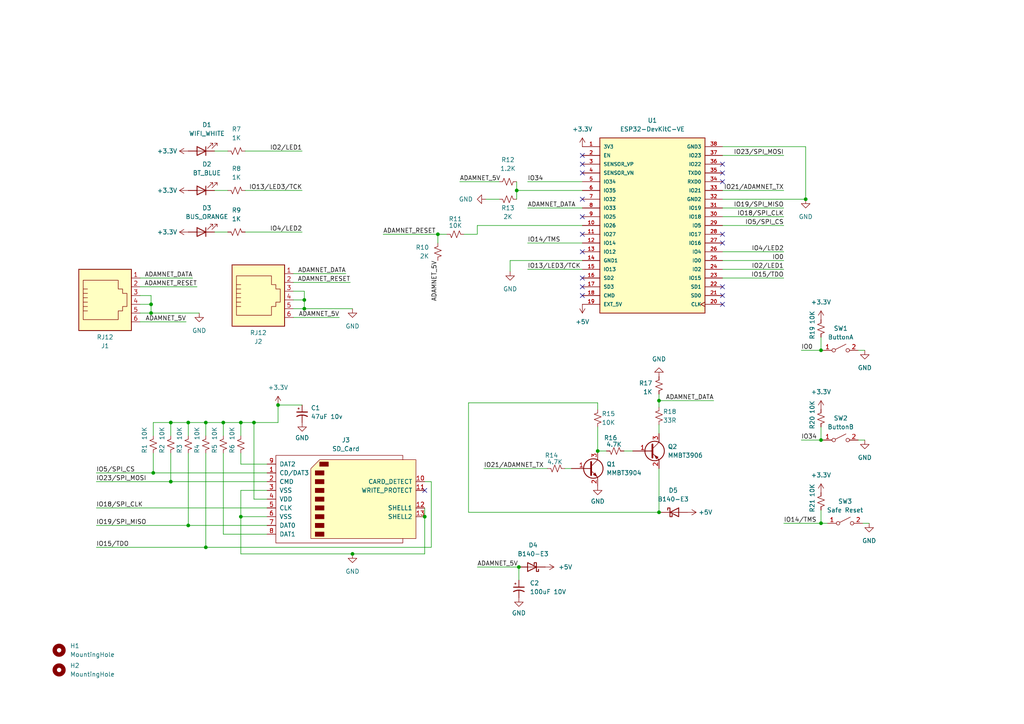
<source format=kicad_sch>
(kicad_sch (version 20230121) (generator eeschema)

  (uuid a14e478a-c5bb-4e73-a6aa-14ded6f82b5a)

  (paper "A4")

  (title_block
    (title "Fujinet ADAM DevKit SMD")
    (date "2023-11-11")
    (rev "1.0")
    (company "Chris Tersteeg")
  )

  (lib_symbols
    (symbol "Connector:RJ12" (pin_names (offset 1.016)) (in_bom yes) (on_board yes)
      (property "Reference" "J" (at -5.08 11.43 0)
        (effects (font (size 1.27 1.27)) (justify right))
      )
      (property "Value" "RJ12" (at 2.54 11.43 0)
        (effects (font (size 1.27 1.27)) (justify left))
      )
      (property "Footprint" "" (at 0 0.635 90)
        (effects (font (size 1.27 1.27)) hide)
      )
      (property "Datasheet" "~" (at 0 0.635 90)
        (effects (font (size 1.27 1.27)) hide)
      )
      (property "ki_keywords" "6P6C RJ socket connector" (at 0 0 0)
        (effects (font (size 1.27 1.27)) hide)
      )
      (property "ki_description" "RJ connector, 6P6C (6 positions 6 connected)" (at 0 0 0)
        (effects (font (size 1.27 1.27)) hide)
      )
      (property "ki_fp_filters" "6P6C* RJ12* RJ18* RJ25*" (at 0 0 0)
        (effects (font (size 1.27 1.27)) hide)
      )
      (symbol "RJ12_0_1"
        (polyline
          (pts
            (xy -6.35 -1.905)
            (xy -5.08 -1.905)
            (xy -5.08 -1.905)
          )
          (stroke (width 0) (type default))
          (fill (type none))
        )
        (polyline
          (pts
            (xy -6.35 -0.635)
            (xy -5.08 -0.635)
            (xy -5.08 -0.635)
          )
          (stroke (width 0) (type default))
          (fill (type none))
        )
        (polyline
          (pts
            (xy -6.35 0.635)
            (xy -5.08 0.635)
            (xy -5.08 0.635)
          )
          (stroke (width 0) (type default))
          (fill (type none))
        )
        (polyline
          (pts
            (xy -6.35 1.905)
            (xy -5.08 1.905)
            (xy -5.08 1.905)
          )
          (stroke (width 0) (type default))
          (fill (type none))
        )
        (polyline
          (pts
            (xy -6.35 3.175)
            (xy -5.08 3.175)
            (xy -5.08 3.175)
          )
          (stroke (width 0) (type default))
          (fill (type none))
        )
        (polyline
          (pts
            (xy -5.08 4.445)
            (xy -6.35 4.445)
            (xy -6.35 4.445)
          )
          (stroke (width 0) (type default))
          (fill (type none))
        )
        (polyline
          (pts
            (xy -6.35 -4.445)
            (xy -6.35 6.985)
            (xy 3.81 6.985)
            (xy 3.81 4.445)
            (xy 5.08 4.445)
            (xy 5.08 3.175)
            (xy 6.35 3.175)
            (xy 6.35 -0.635)
            (xy 5.08 -0.635)
            (xy 5.08 -1.905)
            (xy 3.81 -1.905)
            (xy 3.81 -4.445)
            (xy -6.35 -4.445)
            (xy -6.35 -4.445)
          )
          (stroke (width 0) (type default))
          (fill (type none))
        )
        (rectangle (start 7.62 10.16) (end -7.62 -7.62)
          (stroke (width 0.254) (type default))
          (fill (type background))
        )
      )
      (symbol "RJ12_1_1"
        (pin passive line (at 10.16 -5.08 180) (length 2.54)
          (name "~" (effects (font (size 1.27 1.27))))
          (number "1" (effects (font (size 1.27 1.27))))
        )
        (pin passive line (at 10.16 -2.54 180) (length 2.54)
          (name "~" (effects (font (size 1.27 1.27))))
          (number "2" (effects (font (size 1.27 1.27))))
        )
        (pin passive line (at 10.16 0 180) (length 2.54)
          (name "~" (effects (font (size 1.27 1.27))))
          (number "3" (effects (font (size 1.27 1.27))))
        )
        (pin passive line (at 10.16 2.54 180) (length 2.54)
          (name "~" (effects (font (size 1.27 1.27))))
          (number "4" (effects (font (size 1.27 1.27))))
        )
        (pin passive line (at 10.16 5.08 180) (length 2.54)
          (name "~" (effects (font (size 1.27 1.27))))
          (number "5" (effects (font (size 1.27 1.27))))
        )
        (pin passive line (at 10.16 7.62 180) (length 2.54)
          (name "~" (effects (font (size 1.27 1.27))))
          (number "6" (effects (font (size 1.27 1.27))))
        )
      )
    )
    (symbol "Connector:SD_Card" (pin_names (offset 1.016)) (in_bom yes) (on_board yes)
      (property "Reference" "J" (at -16.51 13.97 0)
        (effects (font (size 1.27 1.27)))
      )
      (property "Value" "SD_Card" (at 15.24 -13.97 0)
        (effects (font (size 1.27 1.27)))
      )
      (property "Footprint" "" (at 0 0 0)
        (effects (font (size 1.27 1.27)) hide)
      )
      (property "Datasheet" "http://portal.fciconnect.com/Comergent//fci/drawing/10067847.pdf" (at 0 0 0)
        (effects (font (size 1.27 1.27)) hide)
      )
      (property "ki_keywords" "connector SD" (at 0 0 0)
        (effects (font (size 1.27 1.27)) hide)
      )
      (property "ki_description" "SD Card Reader" (at 0 0 0)
        (effects (font (size 1.27 1.27)) hide)
      )
      (property "ki_fp_filters" "SD*" (at 0 0 0)
        (effects (font (size 1.27 1.27)) hide)
      )
      (symbol "SD_Card_0_1"
        (rectangle (start -8.89 -9.525) (end -6.35 -10.795)
          (stroke (width 0) (type default))
          (fill (type outline))
        )
        (rectangle (start -8.89 -6.985) (end -6.35 -8.255)
          (stroke (width 0) (type default))
          (fill (type outline))
        )
        (rectangle (start -8.89 -4.445) (end -6.35 -5.715)
          (stroke (width 0) (type default))
          (fill (type outline))
        )
        (rectangle (start -8.89 -1.905) (end -6.35 -3.175)
          (stroke (width 0) (type default))
          (fill (type outline))
        )
        (rectangle (start -8.89 0.635) (end -6.35 -0.635)
          (stroke (width 0) (type default))
          (fill (type outline))
        )
        (rectangle (start -8.89 3.175) (end -6.35 1.905)
          (stroke (width 0) (type default))
          (fill (type outline))
        )
        (rectangle (start -8.89 5.715) (end -6.35 4.445)
          (stroke (width 0) (type default))
          (fill (type outline))
        )
        (rectangle (start -8.89 8.255) (end -6.35 6.985)
          (stroke (width 0) (type default))
          (fill (type outline))
        )
        (rectangle (start -7.62 10.795) (end -5.08 9.525)
          (stroke (width 0) (type default))
          (fill (type outline))
        )
        (polyline
          (pts
            (xy -10.16 8.89)
            (xy -7.62 11.43)
            (xy 20.32 11.43)
            (xy 20.32 -11.43)
            (xy -10.16 -11.43)
            (xy -10.16 8.89)
          )
          (stroke (width 0) (type default))
          (fill (type background))
        )
        (polyline
          (pts
            (xy 16.51 11.43)
            (xy 16.51 12.7)
            (xy -20.32 12.7)
            (xy -20.32 -12.7)
            (xy 16.51 -12.7)
            (xy 16.51 -11.43)
          )
          (stroke (width 0) (type default))
          (fill (type none))
        )
      )
      (symbol "SD_Card_1_1"
        (pin input line (at -22.86 7.62 0) (length 2.54)
          (name "CD/DAT3" (effects (font (size 1.27 1.27))))
          (number "1" (effects (font (size 1.27 1.27))))
        )
        (pin input line (at 22.86 5.08 180) (length 2.54)
          (name "CARD_DETECT" (effects (font (size 1.27 1.27))))
          (number "10" (effects (font (size 1.27 1.27))))
        )
        (pin input line (at 22.86 2.54 180) (length 2.54)
          (name "WRITE_PROTECT" (effects (font (size 1.27 1.27))))
          (number "11" (effects (font (size 1.27 1.27))))
        )
        (pin input line (at 22.86 -2.54 180) (length 2.54)
          (name "SHELL1" (effects (font (size 1.27 1.27))))
          (number "12" (effects (font (size 1.27 1.27))))
        )
        (pin input line (at 22.86 -5.08 180) (length 2.54)
          (name "SHELL2" (effects (font (size 1.27 1.27))))
          (number "13" (effects (font (size 1.27 1.27))))
        )
        (pin input line (at -22.86 5.08 0) (length 2.54)
          (name "CMD" (effects (font (size 1.27 1.27))))
          (number "2" (effects (font (size 1.27 1.27))))
        )
        (pin power_in line (at -22.86 2.54 0) (length 2.54)
          (name "VSS" (effects (font (size 1.27 1.27))))
          (number "3" (effects (font (size 1.27 1.27))))
        )
        (pin power_in line (at -22.86 0 0) (length 2.54)
          (name "VDD" (effects (font (size 1.27 1.27))))
          (number "4" (effects (font (size 1.27 1.27))))
        )
        (pin input line (at -22.86 -2.54 0) (length 2.54)
          (name "CLK" (effects (font (size 1.27 1.27))))
          (number "5" (effects (font (size 1.27 1.27))))
        )
        (pin power_in line (at -22.86 -5.08 0) (length 2.54)
          (name "VSS" (effects (font (size 1.27 1.27))))
          (number "6" (effects (font (size 1.27 1.27))))
        )
        (pin input line (at -22.86 -7.62 0) (length 2.54)
          (name "DAT0" (effects (font (size 1.27 1.27))))
          (number "7" (effects (font (size 1.27 1.27))))
        )
        (pin input line (at -22.86 -10.16 0) (length 2.54)
          (name "DAT1" (effects (font (size 1.27 1.27))))
          (number "8" (effects (font (size 1.27 1.27))))
        )
        (pin input line (at -22.86 10.16 0) (length 2.54)
          (name "DAT2" (effects (font (size 1.27 1.27))))
          (number "9" (effects (font (size 1.27 1.27))))
        )
      )
    )
    (symbol "Device:C_Polarized_Small_US" (pin_numbers hide) (pin_names (offset 0.254) hide) (in_bom yes) (on_board yes)
      (property "Reference" "C" (at 0.254 1.778 0)
        (effects (font (size 1.27 1.27)) (justify left))
      )
      (property "Value" "C_Polarized_Small_US" (at 0.254 -2.032 0)
        (effects (font (size 1.27 1.27)) (justify left))
      )
      (property "Footprint" "" (at 0 0 0)
        (effects (font (size 1.27 1.27)) hide)
      )
      (property "Datasheet" "~" (at 0 0 0)
        (effects (font (size 1.27 1.27)) hide)
      )
      (property "ki_keywords" "cap capacitor" (at 0 0 0)
        (effects (font (size 1.27 1.27)) hide)
      )
      (property "ki_description" "Polarized capacitor, small US symbol" (at 0 0 0)
        (effects (font (size 1.27 1.27)) hide)
      )
      (property "ki_fp_filters" "CP_*" (at 0 0 0)
        (effects (font (size 1.27 1.27)) hide)
      )
      (symbol "C_Polarized_Small_US_0_1"
        (polyline
          (pts
            (xy -1.524 0.508)
            (xy 1.524 0.508)
          )
          (stroke (width 0.3048) (type default))
          (fill (type none))
        )
        (polyline
          (pts
            (xy -1.27 1.524)
            (xy -0.762 1.524)
          )
          (stroke (width 0) (type default))
          (fill (type none))
        )
        (polyline
          (pts
            (xy -1.016 1.27)
            (xy -1.016 1.778)
          )
          (stroke (width 0) (type default))
          (fill (type none))
        )
        (arc (start 1.524 -0.762) (mid 0 -0.3734) (end -1.524 -0.762)
          (stroke (width 0.3048) (type default))
          (fill (type none))
        )
      )
      (symbol "C_Polarized_Small_US_1_1"
        (pin passive line (at 0 2.54 270) (length 2.032)
          (name "~" (effects (font (size 1.27 1.27))))
          (number "1" (effects (font (size 1.27 1.27))))
        )
        (pin passive line (at 0 -2.54 90) (length 2.032)
          (name "~" (effects (font (size 1.27 1.27))))
          (number "2" (effects (font (size 1.27 1.27))))
        )
      )
    )
    (symbol "Device:LED" (pin_numbers hide) (pin_names (offset 1.016) hide) (in_bom yes) (on_board yes)
      (property "Reference" "D" (at 0 2.54 0)
        (effects (font (size 1.27 1.27)))
      )
      (property "Value" "LED" (at 0 -2.54 0)
        (effects (font (size 1.27 1.27)))
      )
      (property "Footprint" "" (at 0 0 0)
        (effects (font (size 1.27 1.27)) hide)
      )
      (property "Datasheet" "~" (at 0 0 0)
        (effects (font (size 1.27 1.27)) hide)
      )
      (property "ki_keywords" "LED diode" (at 0 0 0)
        (effects (font (size 1.27 1.27)) hide)
      )
      (property "ki_description" "Light emitting diode" (at 0 0 0)
        (effects (font (size 1.27 1.27)) hide)
      )
      (property "ki_fp_filters" "LED* LED_SMD:* LED_THT:*" (at 0 0 0)
        (effects (font (size 1.27 1.27)) hide)
      )
      (symbol "LED_0_1"
        (polyline
          (pts
            (xy -1.27 -1.27)
            (xy -1.27 1.27)
          )
          (stroke (width 0.254) (type default))
          (fill (type none))
        )
        (polyline
          (pts
            (xy -1.27 0)
            (xy 1.27 0)
          )
          (stroke (width 0) (type default))
          (fill (type none))
        )
        (polyline
          (pts
            (xy 1.27 -1.27)
            (xy 1.27 1.27)
            (xy -1.27 0)
            (xy 1.27 -1.27)
          )
          (stroke (width 0.254) (type default))
          (fill (type none))
        )
        (polyline
          (pts
            (xy -3.048 -0.762)
            (xy -4.572 -2.286)
            (xy -3.81 -2.286)
            (xy -4.572 -2.286)
            (xy -4.572 -1.524)
          )
          (stroke (width 0) (type default))
          (fill (type none))
        )
        (polyline
          (pts
            (xy -1.778 -0.762)
            (xy -3.302 -2.286)
            (xy -2.54 -2.286)
            (xy -3.302 -2.286)
            (xy -3.302 -1.524)
          )
          (stroke (width 0) (type default))
          (fill (type none))
        )
      )
      (symbol "LED_1_1"
        (pin passive line (at -3.81 0 0) (length 2.54)
          (name "K" (effects (font (size 1.27 1.27))))
          (number "1" (effects (font (size 1.27 1.27))))
        )
        (pin passive line (at 3.81 0 180) (length 2.54)
          (name "A" (effects (font (size 1.27 1.27))))
          (number "2" (effects (font (size 1.27 1.27))))
        )
      )
    )
    (symbol "Device:R_Small_US" (pin_numbers hide) (pin_names (offset 0.254) hide) (in_bom yes) (on_board yes)
      (property "Reference" "R" (at 0.762 0.508 0)
        (effects (font (size 1.27 1.27)) (justify left))
      )
      (property "Value" "R_Small_US" (at 0.762 -1.016 0)
        (effects (font (size 1.27 1.27)) (justify left))
      )
      (property "Footprint" "" (at 0 0 0)
        (effects (font (size 1.27 1.27)) hide)
      )
      (property "Datasheet" "~" (at 0 0 0)
        (effects (font (size 1.27 1.27)) hide)
      )
      (property "ki_keywords" "r resistor" (at 0 0 0)
        (effects (font (size 1.27 1.27)) hide)
      )
      (property "ki_description" "Resistor, small US symbol" (at 0 0 0)
        (effects (font (size 1.27 1.27)) hide)
      )
      (property "ki_fp_filters" "R_*" (at 0 0 0)
        (effects (font (size 1.27 1.27)) hide)
      )
      (symbol "R_Small_US_1_1"
        (polyline
          (pts
            (xy 0 0)
            (xy 1.016 -0.381)
            (xy 0 -0.762)
            (xy -1.016 -1.143)
            (xy 0 -1.524)
          )
          (stroke (width 0) (type default))
          (fill (type none))
        )
        (polyline
          (pts
            (xy 0 1.524)
            (xy 1.016 1.143)
            (xy 0 0.762)
            (xy -1.016 0.381)
            (xy 0 0)
          )
          (stroke (width 0) (type default))
          (fill (type none))
        )
        (pin passive line (at 0 2.54 270) (length 1.016)
          (name "~" (effects (font (size 1.27 1.27))))
          (number "1" (effects (font (size 1.27 1.27))))
        )
        (pin passive line (at 0 -2.54 90) (length 1.016)
          (name "~" (effects (font (size 1.27 1.27))))
          (number "2" (effects (font (size 1.27 1.27))))
        )
      )
    )
    (symbol "Diode:B140-E3" (pin_numbers hide) (pin_names hide) (in_bom yes) (on_board yes)
      (property "Reference" "D" (at 0 2.54 0)
        (effects (font (size 1.27 1.27)))
      )
      (property "Value" "B140-E3" (at 0 -2.54 0)
        (effects (font (size 1.27 1.27)))
      )
      (property "Footprint" "Diode_SMD:D_SMA" (at 0 -4.445 0)
        (effects (font (size 1.27 1.27)) hide)
      )
      (property "Datasheet" "http://www.vishay.com/docs/88946/b120.pdf" (at 0 0 0)
        (effects (font (size 1.27 1.27)) hide)
      )
      (property "ki_keywords" "diode Schottky" (at 0 0 0)
        (effects (font (size 1.27 1.27)) hide)
      )
      (property "ki_description" "40V 1A Schottky Barrier Rectifier Diode, SMA(DO-214AC)" (at 0 0 0)
        (effects (font (size 1.27 1.27)) hide)
      )
      (property "ki_fp_filters" "D*SMA*" (at 0 0 0)
        (effects (font (size 1.27 1.27)) hide)
      )
      (symbol "B140-E3_0_1"
        (polyline
          (pts
            (xy 1.27 0)
            (xy -1.27 0)
          )
          (stroke (width 0) (type default))
          (fill (type none))
        )
        (polyline
          (pts
            (xy 1.27 1.27)
            (xy 1.27 -1.27)
            (xy -1.27 0)
            (xy 1.27 1.27)
          )
          (stroke (width 0.254) (type default))
          (fill (type none))
        )
        (polyline
          (pts
            (xy -1.905 0.635)
            (xy -1.905 1.27)
            (xy -1.27 1.27)
            (xy -1.27 -1.27)
            (xy -0.635 -1.27)
            (xy -0.635 -0.635)
          )
          (stroke (width 0.254) (type default))
          (fill (type none))
        )
      )
      (symbol "B140-E3_1_1"
        (pin passive line (at -3.81 0 0) (length 2.54)
          (name "K" (effects (font (size 1.27 1.27))))
          (number "1" (effects (font (size 1.27 1.27))))
        )
        (pin passive line (at 3.81 0 180) (length 2.54)
          (name "A" (effects (font (size 1.27 1.27))))
          (number "2" (effects (font (size 1.27 1.27))))
        )
      )
    )
    (symbol "ESP32-DEVKITC-32U:ESP32-DEVKITC-32U" (pin_names (offset 1.016)) (in_bom yes) (on_board yes)
      (property "Reference" "U" (at -15.2654 26.0604 0)
        (effects (font (size 1.27 1.27)) (justify left bottom))
      )
      (property "Value" "ESP32-DEVKITC-32U" (at -15.2654 -27.9654 0)
        (effects (font (size 1.27 1.27)) (justify left bottom))
      )
      (property "Footprint" "MODULE_ESP32-DEVKITC-32U" (at 0 0 0)
        (effects (font (size 1.27 1.27)) (justify left bottom) hide)
      )
      (property "Datasheet" "" (at 0 0 0)
        (effects (font (size 1.27 1.27)) (justify left bottom) hide)
      )
      (property "STANDARD" "Manufacturer Recommendations" (at 0 0 0)
        (effects (font (size 1.27 1.27)) (justify left bottom) hide)
      )
      (property "PARTREV" "N/A" (at 0 0 0)
        (effects (font (size 1.27 1.27)) (justify left bottom) hide)
      )
      (property "MANUFACTURER" "ESPRESSIF" (at 0 0 0)
        (effects (font (size 1.27 1.27)) (justify left bottom) hide)
      )
      (property "ki_locked" "" (at 0 0 0)
        (effects (font (size 1.27 1.27)))
      )
      (symbol "ESP32-DEVKITC-32U_0_0"
        (rectangle (start -15.24 -25.4) (end 15.24 25.4)
          (stroke (width 0.254) (type solid))
          (fill (type background))
        )
        (pin power_in line (at -20.32 22.86 0) (length 5.08)
          (name "3V3" (effects (font (size 1.016 1.016))))
          (number "1" (effects (font (size 1.016 1.016))))
        )
        (pin bidirectional line (at -20.32 0 0) (length 5.08)
          (name "IO26" (effects (font (size 1.016 1.016))))
          (number "10" (effects (font (size 1.016 1.016))))
        )
        (pin bidirectional line (at -20.32 -2.54 0) (length 5.08)
          (name "IO27" (effects (font (size 1.016 1.016))))
          (number "11" (effects (font (size 1.016 1.016))))
        )
        (pin bidirectional line (at -20.32 -5.08 0) (length 5.08)
          (name "IO14" (effects (font (size 1.016 1.016))))
          (number "12" (effects (font (size 1.016 1.016))))
        )
        (pin bidirectional line (at -20.32 -7.62 0) (length 5.08)
          (name "IO12" (effects (font (size 1.016 1.016))))
          (number "13" (effects (font (size 1.016 1.016))))
        )
        (pin power_in line (at -20.32 -10.16 0) (length 5.08)
          (name "GND1" (effects (font (size 1.016 1.016))))
          (number "14" (effects (font (size 1.016 1.016))))
        )
        (pin bidirectional line (at -20.32 -12.7 0) (length 5.08)
          (name "IO13" (effects (font (size 1.016 1.016))))
          (number "15" (effects (font (size 1.016 1.016))))
        )
        (pin bidirectional line (at -20.32 -15.24 0) (length 5.08)
          (name "SD2" (effects (font (size 1.016 1.016))))
          (number "16" (effects (font (size 1.016 1.016))))
        )
        (pin bidirectional line (at -20.32 -17.78 0) (length 5.08)
          (name "SD3" (effects (font (size 1.016 1.016))))
          (number "17" (effects (font (size 1.016 1.016))))
        )
        (pin bidirectional line (at -20.32 -20.32 0) (length 5.08)
          (name "CMD" (effects (font (size 1.016 1.016))))
          (number "18" (effects (font (size 1.016 1.016))))
        )
        (pin power_in line (at -20.32 -22.86 0) (length 5.08)
          (name "EXT_5V" (effects (font (size 1.016 1.016))))
          (number "19" (effects (font (size 1.016 1.016))))
        )
        (pin input line (at -20.32 20.32 0) (length 5.08)
          (name "EN" (effects (font (size 1.016 1.016))))
          (number "2" (effects (font (size 1.016 1.016))))
        )
        (pin input clock (at 20.32 -22.86 180) (length 5.08)
          (name "CLK" (effects (font (size 1.016 1.016))))
          (number "20" (effects (font (size 1.016 1.016))))
        )
        (pin bidirectional line (at 20.32 -20.32 180) (length 5.08)
          (name "SD0" (effects (font (size 1.016 1.016))))
          (number "21" (effects (font (size 1.016 1.016))))
        )
        (pin bidirectional line (at 20.32 -17.78 180) (length 5.08)
          (name "SD1" (effects (font (size 1.016 1.016))))
          (number "22" (effects (font (size 1.016 1.016))))
        )
        (pin bidirectional line (at 20.32 -15.24 180) (length 5.08)
          (name "IO15" (effects (font (size 1.016 1.016))))
          (number "23" (effects (font (size 1.016 1.016))))
        )
        (pin bidirectional line (at 20.32 -12.7 180) (length 5.08)
          (name "IO2" (effects (font (size 1.016 1.016))))
          (number "24" (effects (font (size 1.016 1.016))))
        )
        (pin bidirectional line (at 20.32 -10.16 180) (length 5.08)
          (name "IO0" (effects (font (size 1.016 1.016))))
          (number "25" (effects (font (size 1.016 1.016))))
        )
        (pin bidirectional line (at 20.32 -7.62 180) (length 5.08)
          (name "IO4" (effects (font (size 1.016 1.016))))
          (number "26" (effects (font (size 1.016 1.016))))
        )
        (pin bidirectional line (at 20.32 -5.08 180) (length 5.08)
          (name "IO16" (effects (font (size 1.016 1.016))))
          (number "27" (effects (font (size 1.016 1.016))))
        )
        (pin bidirectional line (at 20.32 -2.54 180) (length 5.08)
          (name "IO17" (effects (font (size 1.016 1.016))))
          (number "28" (effects (font (size 1.016 1.016))))
        )
        (pin bidirectional line (at 20.32 0 180) (length 5.08)
          (name "IO5" (effects (font (size 1.016 1.016))))
          (number "29" (effects (font (size 1.016 1.016))))
        )
        (pin input line (at -20.32 17.78 0) (length 5.08)
          (name "SENSOR_VP" (effects (font (size 1.016 1.016))))
          (number "3" (effects (font (size 1.016 1.016))))
        )
        (pin bidirectional line (at 20.32 2.54 180) (length 5.08)
          (name "IO18" (effects (font (size 1.016 1.016))))
          (number "30" (effects (font (size 1.016 1.016))))
        )
        (pin bidirectional line (at 20.32 5.08 180) (length 5.08)
          (name "IO19" (effects (font (size 1.016 1.016))))
          (number "31" (effects (font (size 1.016 1.016))))
        )
        (pin power_in line (at 20.32 7.62 180) (length 5.08)
          (name "GND2" (effects (font (size 1.016 1.016))))
          (number "32" (effects (font (size 1.016 1.016))))
        )
        (pin bidirectional line (at 20.32 10.16 180) (length 5.08)
          (name "IO21" (effects (font (size 1.016 1.016))))
          (number "33" (effects (font (size 1.016 1.016))))
        )
        (pin input line (at 20.32 12.7 180) (length 5.08)
          (name "RXD0" (effects (font (size 1.016 1.016))))
          (number "34" (effects (font (size 1.016 1.016))))
        )
        (pin output line (at 20.32 15.24 180) (length 5.08)
          (name "TXD0" (effects (font (size 1.016 1.016))))
          (number "35" (effects (font (size 1.016 1.016))))
        )
        (pin bidirectional line (at 20.32 17.78 180) (length 5.08)
          (name "IO22" (effects (font (size 1.016 1.016))))
          (number "36" (effects (font (size 1.016 1.016))))
        )
        (pin bidirectional line (at 20.32 20.32 180) (length 5.08)
          (name "IO23" (effects (font (size 1.016 1.016))))
          (number "37" (effects (font (size 1.016 1.016))))
        )
        (pin power_in line (at 20.32 22.86 180) (length 5.08)
          (name "GND3" (effects (font (size 1.016 1.016))))
          (number "38" (effects (font (size 1.016 1.016))))
        )
        (pin input line (at -20.32 15.24 0) (length 5.08)
          (name "SENSOR_VN" (effects (font (size 1.016 1.016))))
          (number "4" (effects (font (size 1.016 1.016))))
        )
        (pin bidirectional line (at -20.32 12.7 0) (length 5.08)
          (name "IO34" (effects (font (size 1.016 1.016))))
          (number "5" (effects (font (size 1.016 1.016))))
        )
        (pin bidirectional line (at -20.32 10.16 0) (length 5.08)
          (name "IO35" (effects (font (size 1.016 1.016))))
          (number "6" (effects (font (size 1.016 1.016))))
        )
        (pin bidirectional line (at -20.32 7.62 0) (length 5.08)
          (name "IO32" (effects (font (size 1.016 1.016))))
          (number "7" (effects (font (size 1.016 1.016))))
        )
        (pin bidirectional line (at -20.32 5.08 0) (length 5.08)
          (name "IO33" (effects (font (size 1.016 1.016))))
          (number "8" (effects (font (size 1.016 1.016))))
        )
        (pin bidirectional line (at -20.32 2.54 0) (length 5.08)
          (name "IO25" (effects (font (size 1.016 1.016))))
          (number "9" (effects (font (size 1.016 1.016))))
        )
      )
    )
    (symbol "Mechanical:MountingHole" (pin_names (offset 1.016)) (in_bom yes) (on_board yes)
      (property "Reference" "H" (at 0 5.08 0)
        (effects (font (size 1.27 1.27)))
      )
      (property "Value" "MountingHole" (at 0 3.175 0)
        (effects (font (size 1.27 1.27)))
      )
      (property "Footprint" "" (at 0 0 0)
        (effects (font (size 1.27 1.27)) hide)
      )
      (property "Datasheet" "~" (at 0 0 0)
        (effects (font (size 1.27 1.27)) hide)
      )
      (property "ki_keywords" "mounting hole" (at 0 0 0)
        (effects (font (size 1.27 1.27)) hide)
      )
      (property "ki_description" "Mounting Hole without connection" (at 0 0 0)
        (effects (font (size 1.27 1.27)) hide)
      )
      (property "ki_fp_filters" "MountingHole*" (at 0 0 0)
        (effects (font (size 1.27 1.27)) hide)
      )
      (symbol "MountingHole_0_1"
        (circle (center 0 0) (radius 1.27)
          (stroke (width 1.27) (type default))
          (fill (type none))
        )
      )
    )
    (symbol "Switch:SW_SPST" (pin_names (offset 0) hide) (in_bom yes) (on_board yes)
      (property "Reference" "SW" (at 0 3.175 0)
        (effects (font (size 1.27 1.27)))
      )
      (property "Value" "SW_SPST" (at 0 -2.54 0)
        (effects (font (size 1.27 1.27)))
      )
      (property "Footprint" "" (at 0 0 0)
        (effects (font (size 1.27 1.27)) hide)
      )
      (property "Datasheet" "~" (at 0 0 0)
        (effects (font (size 1.27 1.27)) hide)
      )
      (property "ki_keywords" "switch lever" (at 0 0 0)
        (effects (font (size 1.27 1.27)) hide)
      )
      (property "ki_description" "Single Pole Single Throw (SPST) switch" (at 0 0 0)
        (effects (font (size 1.27 1.27)) hide)
      )
      (symbol "SW_SPST_0_0"
        (circle (center -2.032 0) (radius 0.508)
          (stroke (width 0) (type default))
          (fill (type none))
        )
        (polyline
          (pts
            (xy -1.524 0.254)
            (xy 1.524 1.778)
          )
          (stroke (width 0) (type default))
          (fill (type none))
        )
        (circle (center 2.032 0) (radius 0.508)
          (stroke (width 0) (type default))
          (fill (type none))
        )
      )
      (symbol "SW_SPST_1_1"
        (pin passive line (at -5.08 0 0) (length 2.54)
          (name "A" (effects (font (size 1.27 1.27))))
          (number "1" (effects (font (size 1.27 1.27))))
        )
        (pin passive line (at 5.08 0 180) (length 2.54)
          (name "B" (effects (font (size 1.27 1.27))))
          (number "2" (effects (font (size 1.27 1.27))))
        )
      )
    )
    (symbol "Transistor_BJT:MMBT3904" (pin_names (offset 0) hide) (in_bom yes) (on_board yes)
      (property "Reference" "Q" (at 5.08 1.905 0)
        (effects (font (size 1.27 1.27)) (justify left))
      )
      (property "Value" "MMBT3904" (at 5.08 0 0)
        (effects (font (size 1.27 1.27)) (justify left))
      )
      (property "Footprint" "Package_TO_SOT_SMD:SOT-23" (at 5.08 -1.905 0)
        (effects (font (size 1.27 1.27) italic) (justify left) hide)
      )
      (property "Datasheet" "https://www.onsemi.com/pdf/datasheet/pzt3904-d.pdf" (at 0 0 0)
        (effects (font (size 1.27 1.27)) (justify left) hide)
      )
      (property "ki_keywords" "NPN Transistor" (at 0 0 0)
        (effects (font (size 1.27 1.27)) hide)
      )
      (property "ki_description" "0.2A Ic, 40V Vce, Small Signal NPN Transistor, SOT-23" (at 0 0 0)
        (effects (font (size 1.27 1.27)) hide)
      )
      (property "ki_fp_filters" "SOT?23*" (at 0 0 0)
        (effects (font (size 1.27 1.27)) hide)
      )
      (symbol "MMBT3904_0_1"
        (polyline
          (pts
            (xy 0.635 0.635)
            (xy 2.54 2.54)
          )
          (stroke (width 0) (type default))
          (fill (type none))
        )
        (polyline
          (pts
            (xy 0.635 -0.635)
            (xy 2.54 -2.54)
            (xy 2.54 -2.54)
          )
          (stroke (width 0) (type default))
          (fill (type none))
        )
        (polyline
          (pts
            (xy 0.635 1.905)
            (xy 0.635 -1.905)
            (xy 0.635 -1.905)
          )
          (stroke (width 0.508) (type default))
          (fill (type none))
        )
        (polyline
          (pts
            (xy 1.27 -1.778)
            (xy 1.778 -1.27)
            (xy 2.286 -2.286)
            (xy 1.27 -1.778)
            (xy 1.27 -1.778)
          )
          (stroke (width 0) (type default))
          (fill (type outline))
        )
        (circle (center 1.27 0) (radius 2.8194)
          (stroke (width 0.254) (type default))
          (fill (type none))
        )
      )
      (symbol "MMBT3904_1_1"
        (pin input line (at -5.08 0 0) (length 5.715)
          (name "B" (effects (font (size 1.27 1.27))))
          (number "1" (effects (font (size 1.27 1.27))))
        )
        (pin passive line (at 2.54 -5.08 90) (length 2.54)
          (name "E" (effects (font (size 1.27 1.27))))
          (number "2" (effects (font (size 1.27 1.27))))
        )
        (pin passive line (at 2.54 5.08 270) (length 2.54)
          (name "C" (effects (font (size 1.27 1.27))))
          (number "3" (effects (font (size 1.27 1.27))))
        )
      )
    )
    (symbol "Transistor_BJT:MMBT3906" (pin_names (offset 0) hide) (in_bom yes) (on_board yes)
      (property "Reference" "Q" (at 5.08 1.905 0)
        (effects (font (size 1.27 1.27)) (justify left))
      )
      (property "Value" "MMBT3906" (at 5.08 0 0)
        (effects (font (size 1.27 1.27)) (justify left))
      )
      (property "Footprint" "Package_TO_SOT_SMD:SOT-23" (at 5.08 -1.905 0)
        (effects (font (size 1.27 1.27) italic) (justify left) hide)
      )
      (property "Datasheet" "https://www.onsemi.com/pdf/datasheet/pzt3906-d.pdf" (at 0 0 0)
        (effects (font (size 1.27 1.27)) (justify left) hide)
      )
      (property "ki_keywords" "PNP Transistor" (at 0 0 0)
        (effects (font (size 1.27 1.27)) hide)
      )
      (property "ki_description" "-0.2A Ic, -40V Vce, Small Signal PNP Transistor, SOT-23" (at 0 0 0)
        (effects (font (size 1.27 1.27)) hide)
      )
      (property "ki_fp_filters" "SOT?23*" (at 0 0 0)
        (effects (font (size 1.27 1.27)) hide)
      )
      (symbol "MMBT3906_0_1"
        (polyline
          (pts
            (xy 0.635 0.635)
            (xy 2.54 2.54)
          )
          (stroke (width 0) (type default))
          (fill (type none))
        )
        (polyline
          (pts
            (xy 0.635 -0.635)
            (xy 2.54 -2.54)
            (xy 2.54 -2.54)
          )
          (stroke (width 0) (type default))
          (fill (type none))
        )
        (polyline
          (pts
            (xy 0.635 1.905)
            (xy 0.635 -1.905)
            (xy 0.635 -1.905)
          )
          (stroke (width 0.508) (type default))
          (fill (type none))
        )
        (polyline
          (pts
            (xy 2.286 -1.778)
            (xy 1.778 -2.286)
            (xy 1.27 -1.27)
            (xy 2.286 -1.778)
            (xy 2.286 -1.778)
          )
          (stroke (width 0) (type default))
          (fill (type outline))
        )
        (circle (center 1.27 0) (radius 2.8194)
          (stroke (width 0.254) (type default))
          (fill (type none))
        )
      )
      (symbol "MMBT3906_1_1"
        (pin input line (at -5.08 0 0) (length 5.715)
          (name "B" (effects (font (size 1.27 1.27))))
          (number "1" (effects (font (size 1.27 1.27))))
        )
        (pin passive line (at 2.54 -5.08 90) (length 2.54)
          (name "E" (effects (font (size 1.27 1.27))))
          (number "2" (effects (font (size 1.27 1.27))))
        )
        (pin passive line (at 2.54 5.08 270) (length 2.54)
          (name "C" (effects (font (size 1.27 1.27))))
          (number "3" (effects (font (size 1.27 1.27))))
        )
      )
    )
    (symbol "power:+3.3V" (power) (pin_names (offset 0)) (in_bom yes) (on_board yes)
      (property "Reference" "#PWR" (at 0 -3.81 0)
        (effects (font (size 1.27 1.27)) hide)
      )
      (property "Value" "+3.3V" (at 0 3.556 0)
        (effects (font (size 1.27 1.27)))
      )
      (property "Footprint" "" (at 0 0 0)
        (effects (font (size 1.27 1.27)) hide)
      )
      (property "Datasheet" "" (at 0 0 0)
        (effects (font (size 1.27 1.27)) hide)
      )
      (property "ki_keywords" "global power" (at 0 0 0)
        (effects (font (size 1.27 1.27)) hide)
      )
      (property "ki_description" "Power symbol creates a global label with name \"+3.3V\"" (at 0 0 0)
        (effects (font (size 1.27 1.27)) hide)
      )
      (symbol "+3.3V_0_1"
        (polyline
          (pts
            (xy -0.762 1.27)
            (xy 0 2.54)
          )
          (stroke (width 0) (type default))
          (fill (type none))
        )
        (polyline
          (pts
            (xy 0 0)
            (xy 0 2.54)
          )
          (stroke (width 0) (type default))
          (fill (type none))
        )
        (polyline
          (pts
            (xy 0 2.54)
            (xy 0.762 1.27)
          )
          (stroke (width 0) (type default))
          (fill (type none))
        )
      )
      (symbol "+3.3V_1_1"
        (pin power_in line (at 0 0 90) (length 0) hide
          (name "+3.3V" (effects (font (size 1.27 1.27))))
          (number "1" (effects (font (size 1.27 1.27))))
        )
      )
    )
    (symbol "power:+5V" (power) (pin_names (offset 0)) (in_bom yes) (on_board yes)
      (property "Reference" "#PWR" (at 0 -3.81 0)
        (effects (font (size 1.27 1.27)) hide)
      )
      (property "Value" "+5V" (at 0 3.556 0)
        (effects (font (size 1.27 1.27)))
      )
      (property "Footprint" "" (at 0 0 0)
        (effects (font (size 1.27 1.27)) hide)
      )
      (property "Datasheet" "" (at 0 0 0)
        (effects (font (size 1.27 1.27)) hide)
      )
      (property "ki_keywords" "global power" (at 0 0 0)
        (effects (font (size 1.27 1.27)) hide)
      )
      (property "ki_description" "Power symbol creates a global label with name \"+5V\"" (at 0 0 0)
        (effects (font (size 1.27 1.27)) hide)
      )
      (symbol "+5V_0_1"
        (polyline
          (pts
            (xy -0.762 1.27)
            (xy 0 2.54)
          )
          (stroke (width 0) (type default))
          (fill (type none))
        )
        (polyline
          (pts
            (xy 0 0)
            (xy 0 2.54)
          )
          (stroke (width 0) (type default))
          (fill (type none))
        )
        (polyline
          (pts
            (xy 0 2.54)
            (xy 0.762 1.27)
          )
          (stroke (width 0) (type default))
          (fill (type none))
        )
      )
      (symbol "+5V_1_1"
        (pin power_in line (at 0 0 90) (length 0) hide
          (name "+5V" (effects (font (size 1.27 1.27))))
          (number "1" (effects (font (size 1.27 1.27))))
        )
      )
    )
    (symbol "power:GND" (power) (pin_names (offset 0)) (in_bom yes) (on_board yes)
      (property "Reference" "#PWR" (at 0 -6.35 0)
        (effects (font (size 1.27 1.27)) hide)
      )
      (property "Value" "GND" (at 0 -3.81 0)
        (effects (font (size 1.27 1.27)))
      )
      (property "Footprint" "" (at 0 0 0)
        (effects (font (size 1.27 1.27)) hide)
      )
      (property "Datasheet" "" (at 0 0 0)
        (effects (font (size 1.27 1.27)) hide)
      )
      (property "ki_keywords" "global power" (at 0 0 0)
        (effects (font (size 1.27 1.27)) hide)
      )
      (property "ki_description" "Power symbol creates a global label with name \"GND\" , ground" (at 0 0 0)
        (effects (font (size 1.27 1.27)) hide)
      )
      (symbol "GND_0_1"
        (polyline
          (pts
            (xy 0 0)
            (xy 0 -1.27)
            (xy 1.27 -1.27)
            (xy 0 -2.54)
            (xy -1.27 -1.27)
            (xy 0 -1.27)
          )
          (stroke (width 0) (type default))
          (fill (type none))
        )
      )
      (symbol "GND_1_1"
        (pin power_in line (at 0 0 270) (length 0) hide
          (name "GND" (effects (font (size 1.27 1.27))))
          (number "1" (effects (font (size 1.27 1.27))))
        )
      )
    )
  )

  (junction (at 127 67.945) (diameter 0) (color 0 0 0 0)
    (uuid 017290f4-dc19-4178-9e24-45fa2dc58249)
  )
  (junction (at 43.815 88.265) (diameter 0) (color 0 0 0 0)
    (uuid 04e87a3d-471c-4442-95a7-4b0c1684a440)
  )
  (junction (at 88.265 89.535) (diameter 0) (color 0 0 0 0)
    (uuid 05333193-67fc-4b4a-9947-3af1f53518b5)
  )
  (junction (at 69.85 149.86) (diameter 0) (color 0 0 0 0)
    (uuid 05983411-349c-4cec-863d-4e246646809f)
  )
  (junction (at 49.53 122.555) (diameter 0) (color 0 0 0 0)
    (uuid 0f2f736f-9289-4a3d-8051-23e47293e40a)
  )
  (junction (at 102.235 160.655) (diameter 0) (color 0 0 0 0)
    (uuid 18c32c83-9062-424e-86d7-cceb4d4df26a)
  )
  (junction (at 150.495 164.465) (diameter 0) (color 0 0 0 0)
    (uuid 1e5b8abe-0e0c-418e-97e4-ab56932d3a5b)
  )
  (junction (at 149.86 55.245) (diameter 0) (color 0 0 0 0)
    (uuid 283535b7-7ffc-4966-ba86-76d62aae633a)
  )
  (junction (at 59.69 122.555) (diameter 0) (color 0 0 0 0)
    (uuid 2bdccc76-6ccb-488c-9f9a-f58ace233a1a)
  )
  (junction (at 233.68 57.785) (diameter 0) (color 0 0 0 0)
    (uuid 30c7e254-8c89-4139-9cb0-1dd946d98938)
  )
  (junction (at 59.69 158.75) (diameter 0) (color 0 0 0 0)
    (uuid 3f1351e1-47ab-4639-bbd2-80c341bf685c)
  )
  (junction (at 49.53 139.7) (diameter 0) (color 0 0 0 0)
    (uuid 6e083df8-c271-4948-8fd7-9a5eab02929c)
  )
  (junction (at 123.19 149.86) (diameter 0) (color 0 0 0 0)
    (uuid 71250991-2cb2-40ac-8c5b-dbb88dd5153e)
  )
  (junction (at 173.355 130.81) (diameter 0) (color 0 0 0 0)
    (uuid 71f0cc49-1324-44f1-89dc-2039b70f128b)
  )
  (junction (at 80.645 117.475) (diameter 0) (color 0 0 0 0)
    (uuid 794be51b-ddaa-4f1c-a6b8-be1351c8eb14)
  )
  (junction (at 191.135 116.205) (diameter 0) (color 0 0 0 0)
    (uuid 7ea70f42-cc50-401e-8a6e-571cdea2ef16)
  )
  (junction (at 238.125 127.635) (diameter 0) (color 0 0 0 0)
    (uuid 8beff56e-e777-4231-b9bc-0056693c8c37)
  )
  (junction (at 54.61 152.4) (diameter 0) (color 0 0 0 0)
    (uuid 9a390ae7-8edc-4896-94bc-8a440ebd6d83)
  )
  (junction (at 191.135 148.59) (diameter 0) (color 0 0 0 0)
    (uuid a25cfb79-0e73-4aa2-8c2d-995b848e82c7)
  )
  (junction (at 43.815 90.805) (diameter 0) (color 0 0 0 0)
    (uuid a63ae3a8-02b8-4139-bda6-ebb1d28f1b00)
  )
  (junction (at 73.66 122.555) (diameter 0) (color 0 0 0 0)
    (uuid ba55d4be-da7d-428a-b230-26400d716577)
  )
  (junction (at 238.125 151.765) (diameter 0) (color 0 0 0 0)
    (uuid e28e8cfb-93bb-4a62-adf7-888613186bc6)
  )
  (junction (at 64.77 122.555) (diameter 0) (color 0 0 0 0)
    (uuid e69b8b8a-bb7f-440f-ba6e-3a8585c88afb)
  )
  (junction (at 44.45 137.16) (diameter 0) (color 0 0 0 0)
    (uuid e938efaf-becb-4afe-a8ec-17f9fb69476d)
  )
  (junction (at 54.61 122.555) (diameter 0) (color 0 0 0 0)
    (uuid f26b1d8b-17d6-4fbd-9bd4-f6c8ab8560f3)
  )
  (junction (at 88.265 86.995) (diameter 0) (color 0 0 0 0)
    (uuid f518490c-4aa3-4551-9973-e28114cc60ad)
  )
  (junction (at 69.85 122.555) (diameter 0) (color 0 0 0 0)
    (uuid fb504d7c-f453-4f76-a255-2a65b3a414f7)
  )
  (junction (at 238.125 101.6) (diameter 0) (color 0 0 0 0)
    (uuid fea4bfb7-4f2f-4ab1-98d8-97555ce0554d)
  )

  (no_connect (at 168.91 67.945) (uuid 019c180e-12bc-460e-9692-e3140aaa056d))
  (no_connect (at 209.55 67.945) (uuid 1867f9c7-0d1a-4cf5-be68-68590d5e6002))
  (no_connect (at 168.91 85.725) (uuid 1945ddd3-5d19-4f5d-9bb6-6e9fc0618ddf))
  (no_connect (at 168.91 50.165) (uuid 2ca0cbd3-4ff6-43a5-9c82-a68c1fbf68ee))
  (no_connect (at 209.55 88.265) (uuid 2f003193-3fc6-4049-83c3-4e39b1e03441))
  (no_connect (at 168.91 47.625) (uuid 3f7109ac-ce91-4b93-942a-dbcb22f08628))
  (no_connect (at 168.91 80.645) (uuid 4640e4de-a488-48a4-a5c5-b55425e6ce4a))
  (no_connect (at 209.55 85.725) (uuid 49a86712-96d9-4976-bbf9-75db4cefea12))
  (no_connect (at 209.55 50.165) (uuid 513e68f8-de2e-4dba-82bb-d0271989d29d))
  (no_connect (at 168.91 45.085) (uuid 5750bc94-d006-47e7-9574-c0566678449e))
  (no_connect (at 168.91 83.185) (uuid 779578bc-0ac5-4029-8c22-9c9e53e3b4d4))
  (no_connect (at 209.55 83.185) (uuid 7821a34c-2888-4ac6-8197-117a4446e136))
  (no_connect (at 209.55 70.485) (uuid 849d8ce9-c953-44a7-aad0-334e8aed4d05))
  (no_connect (at 168.91 73.025) (uuid 8e62c59f-bebd-47b4-9b57-2a130f507336))
  (no_connect (at 209.55 52.705) (uuid 9ec311a7-aaa5-4289-874c-36f3704369e8))
  (no_connect (at 168.91 57.785) (uuid b14852ad-6d46-4e95-8aee-834a430e0075))
  (no_connect (at 209.55 47.625) (uuid d81321e0-54c2-463d-bfed-60079e3d1af9))
  (no_connect (at 123.19 142.24) (uuid ddcd4c89-1966-4a9c-a933-5fddaf7c3c15))
  (no_connect (at 168.91 62.865) (uuid deab4fc2-124e-4a4f-a28b-a14888b538f7))

  (wire (pts (xy 43.815 88.265) (xy 40.64 88.265))
    (stroke (width 0) (type default))
    (uuid 0176421a-5370-4417-b8cd-9dd091257780)
  )
  (wire (pts (xy 49.53 139.7) (xy 77.47 139.7))
    (stroke (width 0) (type default))
    (uuid 0a89ac00-08ca-4348-9798-68ddbefa76ee)
  )
  (wire (pts (xy 43.815 90.805) (xy 40.64 90.805))
    (stroke (width 0) (type default))
    (uuid 0be9297f-50ca-4a11-9203-8c101a4d6b15)
  )
  (wire (pts (xy 27.94 152.4) (xy 54.61 152.4))
    (stroke (width 0) (type default))
    (uuid 0cbfadc2-3fb4-4f42-9949-f31f4e306eff)
  )
  (wire (pts (xy 135.89 148.59) (xy 191.135 148.59))
    (stroke (width 0) (type default))
    (uuid 0d4d2735-1ad1-4dc9-827b-5833331518fd)
  )
  (wire (pts (xy 73.66 144.78) (xy 73.66 122.555))
    (stroke (width 0) (type default))
    (uuid 145ddb34-f159-4bbf-8dee-ef3d2ca656a2)
  )
  (wire (pts (xy 209.55 78.105) (xy 227.33 78.105))
    (stroke (width 0) (type default))
    (uuid 157be9cd-e6a9-4cf6-8c1d-5572d47789c6)
  )
  (wire (pts (xy 85.09 92.075) (xy 98.425 92.075))
    (stroke (width 0) (type default))
    (uuid 162c07cd-12ec-45d7-9423-e8de1c9d8dd1)
  )
  (wire (pts (xy 62.23 67.31) (xy 66.04 67.31))
    (stroke (width 0) (type default))
    (uuid 177bd5af-a05d-4f76-9e9a-945aebc00395)
  )
  (wire (pts (xy 69.85 149.86) (xy 77.47 149.86))
    (stroke (width 0) (type default))
    (uuid 1c1da064-aaa0-4985-ab3b-59db2c1bd8cb)
  )
  (wire (pts (xy 64.77 122.555) (xy 64.77 126.365))
    (stroke (width 0) (type default))
    (uuid 1e15cf8c-11d5-41be-a317-60484f511f80)
  )
  (wire (pts (xy 209.55 75.565) (xy 227.33 75.565))
    (stroke (width 0) (type default))
    (uuid 21f42771-3eea-455e-8af7-a22b87ed2b20)
  )
  (wire (pts (xy 62.23 55.245) (xy 66.04 55.245))
    (stroke (width 0) (type default))
    (uuid 23a64cbf-8937-4f10-a497-e8d88e0c6f8b)
  )
  (wire (pts (xy 64.77 131.445) (xy 64.77 154.94))
    (stroke (width 0) (type default))
    (uuid 285aab35-c4e7-4261-bd42-a05e8cdacdaf)
  )
  (wire (pts (xy 191.135 148.59) (xy 191.77 148.59))
    (stroke (width 0) (type default))
    (uuid 2b320392-046d-407f-9fa7-94dabc262b27)
  )
  (wire (pts (xy 150.495 164.465) (xy 150.495 168.275))
    (stroke (width 0) (type default))
    (uuid 2dbcfc65-c7cd-46b8-a892-62666ba85eb5)
  )
  (wire (pts (xy 40.64 83.185) (xy 57.15 83.185))
    (stroke (width 0) (type default))
    (uuid 317b0146-c096-4869-91c6-7d0169e46b3f)
  )
  (wire (pts (xy 209.55 73.025) (xy 227.33 73.025))
    (stroke (width 0) (type default))
    (uuid 32e44896-bda1-490c-b595-0621fed04137)
  )
  (wire (pts (xy 40.64 80.645) (xy 55.88 80.645))
    (stroke (width 0) (type default))
    (uuid 354e75d4-6c44-44dc-b2e3-0b96aa73625d)
  )
  (wire (pts (xy 173.355 116.84) (xy 173.355 118.745))
    (stroke (width 0) (type default))
    (uuid 37c79f46-61af-4e07-8791-20172f83fb35)
  )
  (wire (pts (xy 209.55 42.545) (xy 233.68 42.545))
    (stroke (width 0) (type default))
    (uuid 3c535257-155d-413d-a318-ce74dcd5076a)
  )
  (wire (pts (xy 49.53 131.445) (xy 49.53 139.7))
    (stroke (width 0) (type default))
    (uuid 3f41e118-0194-458f-ad38-1bd33e119535)
  )
  (wire (pts (xy 40.64 93.345) (xy 53.975 93.345))
    (stroke (width 0) (type default))
    (uuid 41227787-14cf-4ae1-99fd-856b62e177a2)
  )
  (wire (pts (xy 85.09 81.915) (xy 101.6 81.915))
    (stroke (width 0) (type default))
    (uuid 41dfde17-d785-4c98-995b-c4b56cab64e6)
  )
  (wire (pts (xy 80.645 117.475) (xy 80.645 122.555))
    (stroke (width 0) (type default))
    (uuid 4877024a-6819-4d11-b951-17d9e5c98beb)
  )
  (wire (pts (xy 27.94 147.32) (xy 77.47 147.32))
    (stroke (width 0) (type default))
    (uuid 497b7eb5-d8b4-4c9f-85fc-2f8f7c736ee6)
  )
  (wire (pts (xy 59.69 122.555) (xy 64.77 122.555))
    (stroke (width 0) (type default))
    (uuid 49f38112-41d6-4c6b-ab19-a5f0475cf03d)
  )
  (wire (pts (xy 49.53 122.555) (xy 49.53 126.365))
    (stroke (width 0) (type default))
    (uuid 4a05ac8e-1b63-4297-a1db-efdb61c94814)
  )
  (wire (pts (xy 64.77 122.555) (xy 69.85 122.555))
    (stroke (width 0) (type default))
    (uuid 4ae18b97-158e-40a0-b51f-0fe61548acca)
  )
  (wire (pts (xy 71.12 43.815) (xy 87.63 43.815))
    (stroke (width 0) (type default))
    (uuid 4f49afec-31eb-4098-a58f-0529021cf2de)
  )
  (wire (pts (xy 168.91 75.565) (xy 147.955 75.565))
    (stroke (width 0) (type default))
    (uuid 51d9b109-4ca6-4e4a-91d0-ef0b5661b391)
  )
  (wire (pts (xy 135.89 116.84) (xy 173.355 116.84))
    (stroke (width 0) (type default))
    (uuid 56db29b6-21ce-466b-899e-1987626e8556)
  )
  (wire (pts (xy 248.92 101.6) (xy 250.825 101.6))
    (stroke (width 0) (type default))
    (uuid 5af52633-0aaa-4472-b825-bc9f36fea20a)
  )
  (wire (pts (xy 127 67.945) (xy 129.54 67.945))
    (stroke (width 0) (type default))
    (uuid 5f1ef498-7e62-4e11-9b56-f636e3c5780c)
  )
  (wire (pts (xy 133.35 52.705) (xy 144.78 52.705))
    (stroke (width 0) (type default))
    (uuid 6140d1ec-e43e-4e7e-af5e-af39fe7e007a)
  )
  (wire (pts (xy 138.43 67.945) (xy 134.62 67.945))
    (stroke (width 0) (type default))
    (uuid 62a9bfe9-020f-4f4f-8875-1e76900d8f2f)
  )
  (wire (pts (xy 138.43 164.465) (xy 150.495 164.465))
    (stroke (width 0) (type default))
    (uuid 63a480c3-1ad8-4224-9470-04d05913d0ba)
  )
  (wire (pts (xy 238.125 123.825) (xy 238.125 127.635))
    (stroke (width 0) (type default))
    (uuid 64ba77ef-5907-48aa-abd9-35bba44fe279)
  )
  (wire (pts (xy 102.235 160.655) (xy 69.85 160.655))
    (stroke (width 0) (type default))
    (uuid 6796b890-c6ed-49fc-9e04-8d9bb7fc758f)
  )
  (wire (pts (xy 127 67.945) (xy 127 70.485))
    (stroke (width 0) (type default))
    (uuid 69bdbfd4-e672-4d01-9f67-c545c6895e3b)
  )
  (wire (pts (xy 54.61 122.555) (xy 59.69 122.555))
    (stroke (width 0) (type default))
    (uuid 69ef2d66-ab2d-4b97-ae94-c02b51527ca4)
  )
  (wire (pts (xy 64.77 154.94) (xy 77.47 154.94))
    (stroke (width 0) (type default))
    (uuid 6b80b5bb-3145-4c93-937c-68b4a432710d)
  )
  (wire (pts (xy 168.91 65.405) (xy 138.43 65.405))
    (stroke (width 0) (type default))
    (uuid 6ee44753-e025-43e2-8cfb-dbd9c37d5e7a)
  )
  (wire (pts (xy 88.265 89.535) (xy 85.09 89.535))
    (stroke (width 0) (type default))
    (uuid 70444cfe-f919-47db-b9da-1425ccf6ef3b)
  )
  (wire (pts (xy 209.55 60.325) (xy 227.33 60.325))
    (stroke (width 0) (type default))
    (uuid 7048acd2-6e16-4e24-9de7-31ec44d8e78f)
  )
  (wire (pts (xy 248.92 127.635) (xy 250.825 127.635))
    (stroke (width 0) (type default))
    (uuid 70dc1f61-7f73-4b58-af96-f0034b2680dc)
  )
  (wire (pts (xy 149.86 52.705) (xy 149.86 55.245))
    (stroke (width 0) (type default))
    (uuid 75403848-f713-412b-a09b-ae049a70b961)
  )
  (wire (pts (xy 233.68 42.545) (xy 233.68 57.785))
    (stroke (width 0) (type default))
    (uuid 790c8d89-87dc-4951-a9cc-12c2f9eb662d)
  )
  (wire (pts (xy 191.135 116.205) (xy 191.135 118.11))
    (stroke (width 0) (type default))
    (uuid 7b1f838c-e163-4cee-83ea-7ecfb0db5cac)
  )
  (wire (pts (xy 140.335 135.89) (xy 158.75 135.89))
    (stroke (width 0) (type default))
    (uuid 7cf9feaf-2117-432f-ad97-42c0b5d9fb91)
  )
  (wire (pts (xy 88.265 89.535) (xy 102.235 89.535))
    (stroke (width 0) (type default))
    (uuid 7f2d7d03-1de8-42b7-b9dc-f70a8bbf0c43)
  )
  (wire (pts (xy 163.83 135.89) (xy 165.735 135.89))
    (stroke (width 0) (type default))
    (uuid 82cc44bc-4723-44c5-9b96-53436463ebb0)
  )
  (wire (pts (xy 250.19 151.765) (xy 252.095 151.765))
    (stroke (width 0) (type default))
    (uuid 87151911-969b-4341-ba83-48d2ff8b8936)
  )
  (wire (pts (xy 138.43 65.405) (xy 138.43 67.945))
    (stroke (width 0) (type default))
    (uuid 87e467ff-2eea-4264-a9cc-cdf0b9abe096)
  )
  (wire (pts (xy 153.035 70.485) (xy 168.91 70.485))
    (stroke (width 0) (type default))
    (uuid 890bee53-f361-4d81-ac5b-3f4dd23e7e98)
  )
  (wire (pts (xy 209.55 62.865) (xy 227.33 62.865))
    (stroke (width 0) (type default))
    (uuid 8a7a7ec5-277f-4732-bde2-8a18edfba4e5)
  )
  (wire (pts (xy 77.47 142.24) (xy 69.85 142.24))
    (stroke (width 0) (type default))
    (uuid 8c2ee83d-da99-4d16-9c5e-6ec6986896e0)
  )
  (wire (pts (xy 43.815 85.725) (xy 43.815 88.265))
    (stroke (width 0) (type default))
    (uuid 8cd7c68f-395b-422c-92d3-b790ffbfd2c0)
  )
  (wire (pts (xy 238.125 127.635) (xy 238.76 127.635))
    (stroke (width 0) (type default))
    (uuid 8d1528cc-cdb8-47b4-9a1e-e9fd44a3af83)
  )
  (wire (pts (xy 140.97 57.785) (xy 144.78 57.785))
    (stroke (width 0) (type default))
    (uuid 8d16082a-4e7c-4bb2-9b01-c2f44be76dce)
  )
  (wire (pts (xy 71.12 67.31) (xy 87.63 67.31))
    (stroke (width 0) (type default))
    (uuid 8ecc22f2-5dad-4497-9287-f1386cd9b05b)
  )
  (wire (pts (xy 149.86 55.245) (xy 149.86 57.785))
    (stroke (width 0) (type default))
    (uuid 8f64efb1-3196-4f07-8d38-4985add5c9eb)
  )
  (wire (pts (xy 125.095 139.7) (xy 125.095 158.75))
    (stroke (width 0) (type default))
    (uuid 9261791a-45a5-448b-966b-4b79cf845b40)
  )
  (wire (pts (xy 27.94 137.16) (xy 44.45 137.16))
    (stroke (width 0) (type default))
    (uuid 92b0582c-9251-4137-b76c-df70d28f3865)
  )
  (wire (pts (xy 227.33 151.765) (xy 238.125 151.765))
    (stroke (width 0) (type default))
    (uuid 9680daad-8680-44d8-984a-36f9dd699fa1)
  )
  (wire (pts (xy 88.265 84.455) (xy 88.265 86.995))
    (stroke (width 0) (type default))
    (uuid 9685a073-bbad-480e-8921-27a4d0df50c1)
  )
  (wire (pts (xy 54.61 152.4) (xy 77.47 152.4))
    (stroke (width 0) (type default))
    (uuid 9aba1664-ce4d-4944-b2aa-966324897295)
  )
  (wire (pts (xy 44.45 137.16) (xy 77.47 137.16))
    (stroke (width 0) (type default))
    (uuid 9ae1f168-4c01-47d2-924c-9abe37008051)
  )
  (wire (pts (xy 180.975 130.81) (xy 183.515 130.81))
    (stroke (width 0) (type default))
    (uuid 9e09d1ab-3f30-4d13-9bc5-ab69cc40196a)
  )
  (wire (pts (xy 238.125 97.79) (xy 238.125 101.6))
    (stroke (width 0) (type default))
    (uuid 9fffdcab-238d-4eaf-a398-daa74ba6d2ac)
  )
  (wire (pts (xy 59.69 158.75) (xy 125.095 158.75))
    (stroke (width 0) (type default))
    (uuid a118511d-6ba1-439f-a1c5-4bb1db5deaa0)
  )
  (wire (pts (xy 59.69 122.555) (xy 59.69 126.365))
    (stroke (width 0) (type default))
    (uuid a120e347-9f6f-4676-970b-3b43cb48063f)
  )
  (wire (pts (xy 149.86 55.245) (xy 168.91 55.245))
    (stroke (width 0) (type default))
    (uuid a4f28878-d88c-46ab-bfdf-4dcfb58d9ea8)
  )
  (wire (pts (xy 27.94 158.75) (xy 59.69 158.75))
    (stroke (width 0) (type default))
    (uuid a841b76a-e6ea-410d-8f27-e6a25ece6c1e)
  )
  (wire (pts (xy 209.55 55.245) (xy 227.33 55.245))
    (stroke (width 0) (type default))
    (uuid a8c13086-d58c-4f26-bd84-a68858bf74c9)
  )
  (wire (pts (xy 73.66 122.555) (xy 80.645 122.555))
    (stroke (width 0) (type default))
    (uuid aad1e9ef-03cc-412f-a2cb-465be1d840cd)
  )
  (wire (pts (xy 77.47 144.78) (xy 73.66 144.78))
    (stroke (width 0) (type default))
    (uuid ac1839f7-c04f-42c8-8295-71f446080c06)
  )
  (wire (pts (xy 232.41 101.6) (xy 238.125 101.6))
    (stroke (width 0) (type default))
    (uuid afdcc5cc-6cc2-491e-a279-5a332e27efc2)
  )
  (wire (pts (xy 209.55 80.645) (xy 227.33 80.645))
    (stroke (width 0) (type default))
    (uuid b1002ba5-9634-43cd-bd41-93c252138f08)
  )
  (wire (pts (xy 69.85 122.555) (xy 73.66 122.555))
    (stroke (width 0) (type default))
    (uuid b14d70df-4926-4058-b6a6-b0ee07446be3)
  )
  (wire (pts (xy 191.135 114.3) (xy 191.135 116.205))
    (stroke (width 0) (type default))
    (uuid b447bf32-65cf-4ec8-aee5-e57ffaaf2018)
  )
  (wire (pts (xy 209.55 65.405) (xy 227.33 65.405))
    (stroke (width 0) (type default))
    (uuid b77c9b90-e88a-4c02-9f46-f8c10c5a1874)
  )
  (wire (pts (xy 209.55 57.785) (xy 233.68 57.785))
    (stroke (width 0) (type default))
    (uuid ba653634-2d3c-48af-bf63-4eece3b593d4)
  )
  (wire (pts (xy 238.125 147.955) (xy 238.125 151.765))
    (stroke (width 0) (type default))
    (uuid bbe09354-a6c7-4a38-a8c6-071c9168ba51)
  )
  (wire (pts (xy 153.035 60.325) (xy 168.91 60.325))
    (stroke (width 0) (type default))
    (uuid c084a58c-76ac-4b08-9fce-06fad5fae914)
  )
  (wire (pts (xy 54.61 122.555) (xy 54.61 126.365))
    (stroke (width 0) (type default))
    (uuid c1c08c51-4d76-4c03-bfa9-3b9bee0cf9a2)
  )
  (wire (pts (xy 191.135 123.19) (xy 191.135 125.73))
    (stroke (width 0) (type default))
    (uuid c7833542-c977-46a3-adfc-65a2e2f399bd)
  )
  (wire (pts (xy 238.125 101.6) (xy 238.76 101.6))
    (stroke (width 0) (type default))
    (uuid c8497802-d202-4e2c-9d11-641949695c6a)
  )
  (wire (pts (xy 54.61 131.445) (xy 54.61 152.4))
    (stroke (width 0) (type default))
    (uuid c934dcf9-0f00-4b43-a71e-b23bbf8a90e3)
  )
  (wire (pts (xy 49.53 122.555) (xy 54.61 122.555))
    (stroke (width 0) (type default))
    (uuid ca09fcd3-7449-489d-a08c-aabeca71551d)
  )
  (wire (pts (xy 85.09 79.375) (xy 100.33 79.375))
    (stroke (width 0) (type default))
    (uuid cb6697ba-bbcd-40fc-9f98-dbaf8a350dd0)
  )
  (wire (pts (xy 173.355 123.825) (xy 173.355 130.81))
    (stroke (width 0) (type default))
    (uuid cc7d897b-ac03-4902-8779-f82ea1217076)
  )
  (wire (pts (xy 44.45 122.555) (xy 49.53 122.555))
    (stroke (width 0) (type default))
    (uuid cfb38d78-027b-4033-ab66-0854bb015987)
  )
  (wire (pts (xy 44.45 131.445) (xy 44.45 137.16))
    (stroke (width 0) (type default))
    (uuid d69ee2ae-06f1-48bd-a28c-10e049b28d20)
  )
  (wire (pts (xy 62.23 43.815) (xy 66.04 43.815))
    (stroke (width 0) (type default))
    (uuid d7572f6c-20cb-40c7-a6a6-8d067bd5c72c)
  )
  (wire (pts (xy 153.035 78.105) (xy 168.91 78.105))
    (stroke (width 0) (type default))
    (uuid d7b1f76e-2177-45f3-b4d8-a2b46a7c79d8)
  )
  (wire (pts (xy 44.45 126.365) (xy 44.45 122.555))
    (stroke (width 0) (type default))
    (uuid d7d119bb-274e-428e-b2a6-c7958773c399)
  )
  (wire (pts (xy 43.815 85.725) (xy 40.64 85.725))
    (stroke (width 0) (type default))
    (uuid df805d76-57d1-434a-9231-8116d768be8d)
  )
  (wire (pts (xy 191.135 135.89) (xy 191.135 148.59))
    (stroke (width 0) (type default))
    (uuid e045736f-74ce-4db5-8a46-9c22956e6dec)
  )
  (wire (pts (xy 88.265 86.995) (xy 85.09 86.995))
    (stroke (width 0) (type default))
    (uuid e0f85016-28b2-4a4d-8876-4fc7c05f709a)
  )
  (wire (pts (xy 238.125 151.765) (xy 240.03 151.765))
    (stroke (width 0) (type default))
    (uuid e14aa575-ab00-4ff4-b0ac-fe74938e52a2)
  )
  (wire (pts (xy 153.035 52.705) (xy 168.91 52.705))
    (stroke (width 0) (type default))
    (uuid e150c68f-bf82-4ab4-b732-47d0fa609c61)
  )
  (wire (pts (xy 71.12 55.245) (xy 87.63 55.245))
    (stroke (width 0) (type default))
    (uuid e3a67c45-1ee9-4dbf-81aa-e584ec68a7eb)
  )
  (wire (pts (xy 88.265 86.995) (xy 88.265 89.535))
    (stroke (width 0) (type default))
    (uuid e40a0043-29cb-453e-80e1-908ab6c0617c)
  )
  (wire (pts (xy 147.955 75.565) (xy 147.955 78.74))
    (stroke (width 0) (type default))
    (uuid e4ae2158-7fa8-4e3d-9800-ffa2656b5c6a)
  )
  (wire (pts (xy 43.815 88.265) (xy 43.815 90.805))
    (stroke (width 0) (type default))
    (uuid e5ac055a-4bc9-4318-8f19-99a92bdfba38)
  )
  (wire (pts (xy 69.85 160.655) (xy 69.85 149.86))
    (stroke (width 0) (type default))
    (uuid e6d931ef-4224-427e-b75e-f84a0fb73eca)
  )
  (wire (pts (xy 123.19 160.655) (xy 102.235 160.655))
    (stroke (width 0) (type default))
    (uuid e7ee6d36-43d2-4add-b8ce-675c463a2f78)
  )
  (wire (pts (xy 123.19 149.86) (xy 123.19 160.655))
    (stroke (width 0) (type default))
    (uuid e91a39f0-909d-4e17-888c-bb23e7b4fe98)
  )
  (wire (pts (xy 123.19 139.7) (xy 125.095 139.7))
    (stroke (width 0) (type default))
    (uuid ea3e2fea-41e5-410b-b462-17719c42d75e)
  )
  (wire (pts (xy 209.55 45.085) (xy 227.33 45.085))
    (stroke (width 0) (type default))
    (uuid eb4265c8-42d5-4f03-bf8d-4b493df625f7)
  )
  (wire (pts (xy 173.355 130.81) (xy 175.895 130.81))
    (stroke (width 0) (type default))
    (uuid eb9bc7e5-d58f-4467-a86b-08626dbc9e18)
  )
  (wire (pts (xy 69.85 131.445) (xy 69.85 134.62))
    (stroke (width 0) (type default))
    (uuid eba2da38-a307-41f6-99c3-06c43d2432c6)
  )
  (wire (pts (xy 232.41 127.635) (xy 238.125 127.635))
    (stroke (width 0) (type default))
    (uuid ecfeef4f-f861-43ba-854f-46667a5492bd)
  )
  (wire (pts (xy 80.645 117.475) (xy 87.63 117.475))
    (stroke (width 0) (type default))
    (uuid f0dc2f0b-d7f2-4819-bbd8-3b9073740fe3)
  )
  (wire (pts (xy 59.69 131.445) (xy 59.69 158.75))
    (stroke (width 0) (type default))
    (uuid f2ef76e9-120a-4931-b4ab-232b17c9e699)
  )
  (wire (pts (xy 135.89 148.59) (xy 135.89 116.84))
    (stroke (width 0) (type default))
    (uuid f300102b-058d-47bf-b1eb-3aab34c3c491)
  )
  (wire (pts (xy 191.135 116.205) (xy 207.01 116.205))
    (stroke (width 0) (type default))
    (uuid f46e0302-aa67-4564-ade5-cdc5cac30665)
  )
  (wire (pts (xy 123.19 147.32) (xy 123.19 149.86))
    (stroke (width 0) (type default))
    (uuid f47cd27f-323f-465e-abd9-b85033960a43)
  )
  (wire (pts (xy 69.85 142.24) (xy 69.85 149.86))
    (stroke (width 0) (type default))
    (uuid fa8a7a65-521f-437d-941e-8b70417eeebf)
  )
  (wire (pts (xy 69.85 126.365) (xy 69.85 122.555))
    (stroke (width 0) (type default))
    (uuid fb6dd9be-c662-4a35-a611-abb34105d90b)
  )
  (wire (pts (xy 27.94 139.7) (xy 49.53 139.7))
    (stroke (width 0) (type default))
    (uuid fbf76b4b-52af-4fc6-b302-136a69d2914b)
  )
  (wire (pts (xy 111.125 67.945) (xy 127 67.945))
    (stroke (width 0) (type default))
    (uuid fc6e73e0-af52-443f-bb72-11454d9b1063)
  )
  (wire (pts (xy 43.815 90.805) (xy 57.785 90.805))
    (stroke (width 0) (type default))
    (uuid ff33e704-8ac7-4ce3-b571-27756b831c27)
  )
  (wire (pts (xy 88.265 84.455) (xy 85.09 84.455))
    (stroke (width 0) (type default))
    (uuid ff739885-a154-449c-99f5-3a76eb354375)
  )
  (wire (pts (xy 69.85 134.62) (xy 77.47 134.62))
    (stroke (width 0) (type default))
    (uuid ffb7067e-5c6e-4748-8e9f-96fab3409614)
  )

  (label "IO34" (at 153.035 52.705 0) (fields_autoplaced)
    (effects (font (size 1.27 1.27)) (justify left bottom))
    (uuid 022fa948-e91f-4439-8767-9d4ca0bbb935)
  )
  (label "IO18{slash}SPI_CLK" (at 227.33 62.865 180) (fields_autoplaced)
    (effects (font (size 1.27 1.27)) (justify right bottom))
    (uuid 02e6c015-41f2-459c-8d6f-f0684b08ef41)
  )
  (label "IO2{slash}LED1" (at 227.33 78.105 180) (fields_autoplaced)
    (effects (font (size 1.27 1.27)) (justify right bottom))
    (uuid 1414c460-b7ef-4ae8-826b-f3f12422851c)
  )
  (label "IO23{slash}SPI_MOSI" (at 27.94 139.7 0) (fields_autoplaced)
    (effects (font (size 1.27 1.27)) (justify left bottom))
    (uuid 19399d40-ccbe-460a-8271-ec4195485d5d)
  )
  (label "IO15{slash}TDO" (at 227.33 80.645 180) (fields_autoplaced)
    (effects (font (size 1.27 1.27)) (justify right bottom))
    (uuid 203e7230-1fed-4552-b2a2-f0758dc5315c)
  )
  (label "IO14{slash}TMS" (at 153.035 70.485 0) (fields_autoplaced)
    (effects (font (size 1.27 1.27)) (justify left bottom))
    (uuid 3e762d16-c7cc-431e-ac1f-3524d0502b2d)
  )
  (label "ADAMNET_RESET" (at 101.6 81.915 180) (fields_autoplaced)
    (effects (font (size 1.27 1.27)) (justify right bottom))
    (uuid 4391f570-76ea-41c7-83db-55adc0cf43b3)
  )
  (label "IO5{slash}SPI_CS" (at 227.33 65.405 180) (fields_autoplaced)
    (effects (font (size 1.27 1.27)) (justify right bottom))
    (uuid 4926a58b-98cd-4d1b-976f-1828ae00c4e1)
  )
  (label "IO13{slash}LED3{slash}TCK" (at 87.63 55.245 180) (fields_autoplaced)
    (effects (font (size 1.27 1.27)) (justify right bottom))
    (uuid 4b063b9b-1c0f-47fd-82d7-157808e8fb39)
  )
  (label "IO21{slash}ADAMNET_TX" (at 140.335 135.89 0) (fields_autoplaced)
    (effects (font (size 1.27 1.27)) (justify left bottom))
    (uuid 4dcbd808-6c9f-4bf1-8f1e-714a064cad26)
  )
  (label "IO4{slash}LED2" (at 87.63 67.31 180) (fields_autoplaced)
    (effects (font (size 1.27 1.27)) (justify right bottom))
    (uuid 502babdd-87b1-454c-92e0-e3830d1b12f0)
  )
  (label "ADAMNET_DATA" (at 55.88 80.645 180) (fields_autoplaced)
    (effects (font (size 1.27 1.27)) (justify right bottom))
    (uuid 521ddb8f-aa3c-4d19-bf11-314a1f46eee1)
  )
  (label "ADAMNET_5V" (at 133.35 52.705 0) (fields_autoplaced)
    (effects (font (size 1.27 1.27)) (justify left bottom))
    (uuid 5367f791-67b0-4136-a846-8f8dd11e1722)
  )
  (label "IO2{slash}LED1" (at 87.63 43.815 180) (fields_autoplaced)
    (effects (font (size 1.27 1.27)) (justify right bottom))
    (uuid 58d70b98-84b1-4571-bcca-ffac019a25f0)
  )
  (label "IO14{slash}TMS" (at 227.33 151.765 0) (fields_autoplaced)
    (effects (font (size 1.27 1.27)) (justify left bottom))
    (uuid 59a311f8-c777-4d14-811a-ec50acfdd6e1)
  )
  (label "ADAMNET_DATA" (at 207.01 116.205 180) (fields_autoplaced)
    (effects (font (size 1.27 1.27)) (justify right bottom))
    (uuid 6261ed3c-976f-4e16-9840-9d5121e78d42)
  )
  (label "ADAMNET_RESET" (at 57.15 83.185 180) (fields_autoplaced)
    (effects (font (size 1.27 1.27)) (justify right bottom))
    (uuid 6719bdb0-6e8c-4958-b394-7b036d6f7f23)
  )
  (label "ADAMNET_5V" (at 98.425 92.075 180) (fields_autoplaced)
    (effects (font (size 1.27 1.27)) (justify right bottom))
    (uuid 6977f7b2-6861-43fd-861c-c15758aca69a)
  )
  (label "IO5{slash}SPI_CS" (at 27.94 137.16 0) (fields_autoplaced)
    (effects (font (size 1.27 1.27)) (justify left bottom))
    (uuid 79a15bb0-a122-43cd-9ae6-6c7667c83657)
  )
  (label "ADAMNET_5V" (at 138.43 164.465 0) (fields_autoplaced)
    (effects (font (size 1.27 1.27)) (justify left bottom))
    (uuid 87e62b80-2909-49d3-a282-d6a94a5be543)
  )
  (label "IO18{slash}SPI_CLK" (at 27.94 147.32 0) (fields_autoplaced)
    (effects (font (size 1.27 1.27)) (justify left bottom))
    (uuid 887b46f8-b4eb-4277-860d-3bb24437ae84)
  )
  (label "IO21{slash}ADAMNET_TX" (at 227.33 55.245 180) (fields_autoplaced)
    (effects (font (size 1.27 1.27)) (justify right bottom))
    (uuid 8c63d07e-d058-4cd0-999a-2bd97b854573)
  )
  (label "ADAMNET_5V" (at 53.975 93.345 180) (fields_autoplaced)
    (effects (font (size 1.27 1.27)) (justify right bottom))
    (uuid 9cfbde8b-b7ba-4b17-adf3-341cee4477f6)
  )
  (label "IO15{slash}TDO" (at 27.94 158.75 0) (fields_autoplaced)
    (effects (font (size 1.27 1.27)) (justify left bottom))
    (uuid a02bea42-e120-4b21-9ba9-87bd3fc962b8)
  )
  (label "IO23{slash}SPI_MOSI" (at 227.33 45.085 180) (fields_autoplaced)
    (effects (font (size 1.27 1.27)) (justify right bottom))
    (uuid ae2555b4-7751-4b89-ac4e-7d729e625d67)
  )
  (label "IO4{slash}LED2" (at 227.33 73.025 180) (fields_autoplaced)
    (effects (font (size 1.27 1.27)) (justify right bottom))
    (uuid b221923e-21ee-4706-9e6c-76c276fe466e)
  )
  (label "ADAMNET_DATA" (at 153.035 60.325 0) (fields_autoplaced)
    (effects (font (size 1.27 1.27)) (justify left bottom))
    (uuid b768de3f-1314-420c-aafd-84df2cf2792c)
  )
  (label "IO19{slash}SPI_MISO" (at 27.94 152.4 0) (fields_autoplaced)
    (effects (font (size 1.27 1.27)) (justify left bottom))
    (uuid c1754685-615a-4e16-8250-24a43bea355d)
  )
  (label "ADAMNET_5V" (at 127 75.565 270) (fields_autoplaced)
    (effects (font (size 1.27 1.27)) (justify right bottom))
    (uuid c53e9fb9-9f12-40fa-afa9-52b737ee9ecd)
  )
  (label "ADAMNET_DATA" (at 100.33 79.375 180) (fields_autoplaced)
    (effects (font (size 1.27 1.27)) (justify right bottom))
    (uuid cd3d8f53-c383-4e0d-809c-124b04da87ac)
  )
  (label "IO0" (at 227.33 75.565 180) (fields_autoplaced)
    (effects (font (size 1.27 1.27)) (justify right bottom))
    (uuid e79a7f0e-5921-4447-9cc9-c63264ad3a74)
  )
  (label "IO34" (at 232.41 127.635 0) (fields_autoplaced)
    (effects (font (size 1.27 1.27)) (justify left bottom))
    (uuid ed890db5-7afe-420d-841b-f3a4f362dd36)
  )
  (label "IO13{slash}LED3{slash}TCK" (at 153.035 78.105 0) (fields_autoplaced)
    (effects (font (size 1.27 1.27)) (justify left bottom))
    (uuid ef735aaf-cd6b-42a0-b8ab-91405f56f66b)
  )
  (label "IO0" (at 232.41 101.6 0) (fields_autoplaced)
    (effects (font (size 1.27 1.27)) (justify left bottom))
    (uuid f5549b41-e669-4982-a191-371734aee5ae)
  )
  (label "ADAMNET_RESET" (at 111.125 67.945 0) (fields_autoplaced)
    (effects (font (size 1.27 1.27)) (justify left bottom))
    (uuid fb4c4d6b-9722-4203-97d4-eb54494069c8)
  )
  (label "IO19{slash}SPI_MISO" (at 227.33 60.325 180) (fields_autoplaced)
    (effects (font (size 1.27 1.27)) (justify right bottom))
    (uuid ff475eac-e253-4975-8f25-c3652295bd15)
  )

  (symbol (lib_id "power:GND") (at 173.355 140.97 0) (unit 1)
    (in_bom yes) (on_board yes) (dnp no) (fields_autoplaced)
    (uuid 044d99f0-62c8-4d02-a3a9-749dcd5209b5)
    (property "Reference" "#PWR09" (at 173.355 147.32 0)
      (effects (font (size 1.27 1.27)) hide)
    )
    (property "Value" "GND" (at 173.355 145.415 0)
      (effects (font (size 1.27 1.27)))
    )
    (property "Footprint" "" (at 173.355 140.97 0)
      (effects (font (size 1.27 1.27)) hide)
    )
    (property "Datasheet" "" (at 173.355 140.97 0)
      (effects (font (size 1.27 1.27)) hide)
    )
    (pin "1" (uuid 5d89fab1-1785-48ef-add8-b263ad187a61))
    (instances
      (project "fujinet-adam-devkit-smd"
        (path "/a14e478a-c5bb-4e73-a6aa-14ded6f82b5a"
          (reference "#PWR09") (unit 1)
        )
      )
    )
  )

  (symbol (lib_id "Device:R_Small_US") (at 191.135 111.76 0) (mirror x) (unit 1)
    (in_bom yes) (on_board yes) (dnp no)
    (uuid 0477bde9-eb56-4733-84c4-25ec0384449e)
    (property "Reference" "R17" (at 189.23 111.125 0)
      (effects (font (size 1.27 1.27)) (justify right))
    )
    (property "Value" "1K" (at 189.23 113.665 0)
      (effects (font (size 1.27 1.27)) (justify right))
    )
    (property "Footprint" "Resistor_SMD:R_0805_2012Metric_Pad1.20x1.40mm_HandSolder" (at 191.135 111.76 0)
      (effects (font (size 1.27 1.27)) hide)
    )
    (property "Datasheet" "~" (at 191.135 111.76 0)
      (effects (font (size 1.27 1.27)) hide)
    )
    (pin "1" (uuid 9257beae-fb84-4422-b8a5-e12142b21b0d))
    (pin "2" (uuid c94174e6-881f-457e-b65b-14f7283e41c4))
    (instances
      (project "fujinet-adam-devkit-smd"
        (path "/a14e478a-c5bb-4e73-a6aa-14ded6f82b5a"
          (reference "R17") (unit 1)
        )
      )
    )
  )

  (symbol (lib_id "power:+3.3V") (at 80.645 117.475 0) (unit 1)
    (in_bom yes) (on_board yes) (dnp no) (fields_autoplaced)
    (uuid 07ba2a3e-573c-42d6-8557-8c43e34aa215)
    (property "Reference" "#PWR05" (at 80.645 121.285 0)
      (effects (font (size 1.27 1.27)) hide)
    )
    (property "Value" "+3.3V" (at 80.645 112.395 0)
      (effects (font (size 1.27 1.27)))
    )
    (property "Footprint" "" (at 80.645 117.475 0)
      (effects (font (size 1.27 1.27)) hide)
    )
    (property "Datasheet" "" (at 80.645 117.475 0)
      (effects (font (size 1.27 1.27)) hide)
    )
    (pin "1" (uuid 1183fc98-8f18-4734-9fd9-0350de232e64))
    (instances
      (project "fujinet-adam-devkit-smd"
        (path "/a14e478a-c5bb-4e73-a6aa-14ded6f82b5a"
          (reference "#PWR05") (unit 1)
        )
      )
    )
  )

  (symbol (lib_id "Device:R_Small_US") (at 178.435 130.81 270) (mirror x) (unit 1)
    (in_bom yes) (on_board yes) (dnp no)
    (uuid 0b36b0b5-bbc2-491d-912e-6af078b34c4f)
    (property "Reference" "R16" (at 179.07 127 90)
      (effects (font (size 1.27 1.27)) (justify right))
    )
    (property "Value" "4.7K" (at 180.34 128.905 90)
      (effects (font (size 1.27 1.27)) (justify right))
    )
    (property "Footprint" "Resistor_SMD:R_0805_2012Metric_Pad1.20x1.40mm_HandSolder" (at 178.435 130.81 0)
      (effects (font (size 1.27 1.27)) hide)
    )
    (property "Datasheet" "~" (at 178.435 130.81 0)
      (effects (font (size 1.27 1.27)) hide)
    )
    (pin "1" (uuid bfe7b030-7639-414e-8782-cc79830952ce))
    (pin "2" (uuid d510dc41-0f78-4950-8e4c-273346f86cdf))
    (instances
      (project "fujinet-adam-devkit-smd"
        (path "/a14e478a-c5bb-4e73-a6aa-14ded6f82b5a"
          (reference "R16") (unit 1)
        )
      )
    )
  )

  (symbol (lib_id "power:+3.3V") (at 168.91 42.545 0) (unit 1)
    (in_bom yes) (on_board yes) (dnp no) (fields_autoplaced)
    (uuid 10fb259a-2f10-459d-8be0-8942127a317b)
    (property "Reference" "#PWR010" (at 168.91 46.355 0)
      (effects (font (size 1.27 1.27)) hide)
    )
    (property "Value" "+3.3V" (at 168.91 37.465 0)
      (effects (font (size 1.27 1.27)))
    )
    (property "Footprint" "" (at 168.91 42.545 0)
      (effects (font (size 1.27 1.27)) hide)
    )
    (property "Datasheet" "" (at 168.91 42.545 0)
      (effects (font (size 1.27 1.27)) hide)
    )
    (pin "1" (uuid 7e9b642c-6b22-4c4d-b7c0-55c28e2afa7f))
    (instances
      (project "fujinet-adam-devkit-smd"
        (path "/a14e478a-c5bb-4e73-a6aa-14ded6f82b5a"
          (reference "#PWR010") (unit 1)
        )
      )
    )
  )

  (symbol (lib_id "Connector:RJ12") (at 30.48 85.725 0) (mirror x) (unit 1)
    (in_bom yes) (on_board yes) (dnp no)
    (uuid 19f97ace-adb8-44cb-a42a-a75892310375)
    (property "Reference" "J1" (at 30.48 100.33 0)
      (effects (font (size 1.27 1.27)))
    )
    (property "Value" "RJ12" (at 30.48 97.79 0)
      (effects (font (size 1.27 1.27)))
    )
    (property "Footprint" "Connector_RJ:RJ12_Amphenol_54601" (at 30.48 86.36 90)
      (effects (font (size 1.27 1.27)) hide)
    )
    (property "Datasheet" "~" (at 30.48 86.36 90)
      (effects (font (size 1.27 1.27)) hide)
    )
    (pin "1" (uuid 028c3047-0cc0-4d4e-9156-f6ff159bbbe7))
    (pin "2" (uuid 7dbbe40a-8fbb-4a79-9f9b-c1f65848800b))
    (pin "3" (uuid 846feca8-72e5-4fb9-9efd-f59e366164b4))
    (pin "4" (uuid a347d321-0d5a-45fe-b5d3-16243dc6fd11))
    (pin "5" (uuid 271ce1c8-c8ee-4921-8b51-265a90928b26))
    (pin "6" (uuid a5fafe80-ed02-45cf-aa60-08ff719895ba))
    (instances
      (project "fujinet-adam-devkit-smd"
        (path "/a14e478a-c5bb-4e73-a6aa-14ded6f82b5a"
          (reference "J1") (unit 1)
        )
      )
    )
  )

  (symbol (lib_id "power:+3.3V") (at 54.61 55.245 90) (unit 1)
    (in_bom yes) (on_board yes) (dnp no) (fields_autoplaced)
    (uuid 1c28cbe0-7ba5-4035-a711-23fded40404b)
    (property "Reference" "#PWR03" (at 58.42 55.245 0)
      (effects (font (size 1.27 1.27)) hide)
    )
    (property "Value" "+3.3V" (at 51.435 55.245 90)
      (effects (font (size 1.27 1.27)) (justify left))
    )
    (property "Footprint" "" (at 54.61 55.245 0)
      (effects (font (size 1.27 1.27)) hide)
    )
    (property "Datasheet" "" (at 54.61 55.245 0)
      (effects (font (size 1.27 1.27)) hide)
    )
    (pin "1" (uuid 2ebf58da-c6c6-467a-b53e-85b6d39bc7f0))
    (instances
      (project "fujinet-adam-devkit-smd"
        (path "/a14e478a-c5bb-4e73-a6aa-14ded6f82b5a"
          (reference "#PWR03") (unit 1)
        )
      )
    )
  )

  (symbol (lib_id "power:+5V") (at 168.91 88.265 180) (unit 1)
    (in_bom yes) (on_board yes) (dnp no)
    (uuid 1ceca82c-f25c-4d74-9ef3-3bfbaa8121e4)
    (property "Reference" "#PWR011" (at 168.91 84.455 0)
      (effects (font (size 1.27 1.27)) hide)
    )
    (property "Value" "+5V" (at 168.91 93.345 0)
      (effects (font (size 1.27 1.27)))
    )
    (property "Footprint" "" (at 168.91 88.265 0)
      (effects (font (size 1.27 1.27)) hide)
    )
    (property "Datasheet" "" (at 168.91 88.265 0)
      (effects (font (size 1.27 1.27)) hide)
    )
    (pin "1" (uuid fc778af4-6805-4f2f-9d3f-51e484e36260))
    (instances
      (project "fujinet-adam-devkit-smd"
        (path "/a14e478a-c5bb-4e73-a6aa-14ded6f82b5a"
          (reference "#PWR011") (unit 1)
        )
      )
    )
  )

  (symbol (lib_id "power:GND") (at 87.63 122.555 0) (unit 1)
    (in_bom yes) (on_board yes) (dnp no) (fields_autoplaced)
    (uuid 27ac3c01-de35-48ff-a113-297d73747fa1)
    (property "Reference" "#PWR022" (at 87.63 128.905 0)
      (effects (font (size 1.27 1.27)) hide)
    )
    (property "Value" "GND" (at 87.63 127 0)
      (effects (font (size 1.27 1.27)))
    )
    (property "Footprint" "" (at 87.63 122.555 0)
      (effects (font (size 1.27 1.27)) hide)
    )
    (property "Datasheet" "" (at 87.63 122.555 0)
      (effects (font (size 1.27 1.27)) hide)
    )
    (pin "1" (uuid 82bf73aa-dc9f-4551-a6e6-d99ac8e167b4))
    (instances
      (project "fujinet-adam-devkit-smd"
        (path "/a14e478a-c5bb-4e73-a6aa-14ded6f82b5a"
          (reference "#PWR022") (unit 1)
        )
      )
    )
  )

  (symbol (lib_id "Device:R_Small_US") (at 132.08 67.945 90) (mirror x) (unit 1)
    (in_bom yes) (on_board yes) (dnp no)
    (uuid 3118cd21-c666-4f50-9342-5b13cdd15307)
    (property "Reference" "R11" (at 132.08 63.5 90)
      (effects (font (size 1.27 1.27)))
    )
    (property "Value" "10K" (at 132.08 65.405 90)
      (effects (font (size 1.27 1.27)))
    )
    (property "Footprint" "Resistor_SMD:R_0805_2012Metric_Pad1.20x1.40mm_HandSolder" (at 132.08 67.945 0)
      (effects (font (size 1.27 1.27)) hide)
    )
    (property "Datasheet" "~" (at 132.08 67.945 0)
      (effects (font (size 1.27 1.27)) hide)
    )
    (pin "1" (uuid 37c4c0fb-03b4-4c04-b5d5-e30fcdc9d597))
    (pin "2" (uuid 7234dc81-47f0-4fdf-90c1-de3ae2c6940f))
    (instances
      (project "fujinet-adam-devkit-smd"
        (path "/a14e478a-c5bb-4e73-a6aa-14ded6f82b5a"
          (reference "R11") (unit 1)
        )
      )
    )
  )

  (symbol (lib_id "power:+3.3V") (at 54.61 43.815 90) (unit 1)
    (in_bom yes) (on_board yes) (dnp no) (fields_autoplaced)
    (uuid 369a0beb-c8b9-46a1-9693-f2dab2347d28)
    (property "Reference" "#PWR02" (at 58.42 43.815 0)
      (effects (font (size 1.27 1.27)) hide)
    )
    (property "Value" "+3.3V" (at 51.435 43.815 90)
      (effects (font (size 1.27 1.27)) (justify left))
    )
    (property "Footprint" "" (at 54.61 43.815 0)
      (effects (font (size 1.27 1.27)) hide)
    )
    (property "Datasheet" "" (at 54.61 43.815 0)
      (effects (font (size 1.27 1.27)) hide)
    )
    (pin "1" (uuid ae27fb9a-9e8d-4c97-9c98-f8014e81b777))
    (instances
      (project "fujinet-adam-devkit-smd"
        (path "/a14e478a-c5bb-4e73-a6aa-14ded6f82b5a"
          (reference "#PWR02") (unit 1)
        )
      )
    )
  )

  (symbol (lib_id "Diode:B140-E3") (at 154.305 164.465 180) (unit 1)
    (in_bom yes) (on_board yes) (dnp no) (fields_autoplaced)
    (uuid 372aeb12-075c-4f76-b1fb-213b5aefb253)
    (property "Reference" "D4" (at 154.6225 158.115 0)
      (effects (font (size 1.27 1.27)))
    )
    (property "Value" "B140-E3" (at 154.6225 160.655 0)
      (effects (font (size 1.27 1.27)))
    )
    (property "Footprint" "Diode_SMD:D_SMA" (at 154.305 160.02 0)
      (effects (font (size 1.27 1.27)) hide)
    )
    (property "Datasheet" "http://www.vishay.com/docs/88946/b120.pdf" (at 154.305 164.465 0)
      (effects (font (size 1.27 1.27)) hide)
    )
    (pin "1" (uuid 89244c6f-4a0f-4560-85e4-dac1d64ab3ba))
    (pin "2" (uuid 05ae9ab2-9bb9-46e7-9991-f626a9de3ce3))
    (instances
      (project "fujinet-adam-devkit-smd"
        (path "/a14e478a-c5bb-4e73-a6aa-14ded6f82b5a"
          (reference "D4") (unit 1)
        )
      )
    )
  )

  (symbol (lib_id "Device:R_Small_US") (at 64.77 128.905 0) (mirror x) (unit 1)
    (in_bom yes) (on_board yes) (dnp no)
    (uuid 3ff9576a-baa8-40b0-80fb-91e75c2215d9)
    (property "Reference" "R5" (at 62.23 130.175 90)
      (effects (font (size 1.27 1.27)))
    )
    (property "Value" "10K" (at 62.23 125.73 90)
      (effects (font (size 1.27 1.27)))
    )
    (property "Footprint" "Resistor_SMD:R_0805_2012Metric_Pad1.20x1.40mm_HandSolder" (at 64.77 128.905 0)
      (effects (font (size 1.27 1.27)) hide)
    )
    (property "Datasheet" "~" (at 64.77 128.905 0)
      (effects (font (size 1.27 1.27)) hide)
    )
    (pin "1" (uuid 12ad3d6e-92ae-4da3-8a92-66d0a3d30084))
    (pin "2" (uuid fcdbc127-5222-42a4-b60e-781f76508b90))
    (instances
      (project "fujinet-adam-devkit-smd"
        (path "/a14e478a-c5bb-4e73-a6aa-14ded6f82b5a"
          (reference "R5") (unit 1)
        )
      )
    )
  )

  (symbol (lib_id "power:GND") (at 150.495 173.355 0) (unit 1)
    (in_bom yes) (on_board yes) (dnp no) (fields_autoplaced)
    (uuid 43d7fac1-75e3-46d8-b07e-b0debd8ff3a6)
    (property "Reference" "#PWR023" (at 150.495 179.705 0)
      (effects (font (size 1.27 1.27)) hide)
    )
    (property "Value" "GND" (at 150.495 177.8 0)
      (effects (font (size 1.27 1.27)))
    )
    (property "Footprint" "" (at 150.495 173.355 0)
      (effects (font (size 1.27 1.27)) hide)
    )
    (property "Datasheet" "" (at 150.495 173.355 0)
      (effects (font (size 1.27 1.27)) hide)
    )
    (pin "1" (uuid a48d8ca8-dbeb-44be-b9fd-d0f143074a96))
    (instances
      (project "fujinet-adam-devkit-smd"
        (path "/a14e478a-c5bb-4e73-a6aa-14ded6f82b5a"
          (reference "#PWR023") (unit 1)
        )
      )
    )
  )

  (symbol (lib_id "power:+5V") (at 199.39 148.59 270) (unit 1)
    (in_bom yes) (on_board yes) (dnp no) (fields_autoplaced)
    (uuid 490a576f-ad11-4615-99d4-77f6fe6c1a67)
    (property "Reference" "#PWR014" (at 195.58 148.59 0)
      (effects (font (size 1.27 1.27)) hide)
    )
    (property "Value" "+5V" (at 202.565 148.59 90)
      (effects (font (size 1.27 1.27)) (justify left))
    )
    (property "Footprint" "" (at 199.39 148.59 0)
      (effects (font (size 1.27 1.27)) hide)
    )
    (property "Datasheet" "" (at 199.39 148.59 0)
      (effects (font (size 1.27 1.27)) hide)
    )
    (pin "1" (uuid 72241659-ef94-45da-a9f1-8c723d362fd7))
    (instances
      (project "fujinet-adam-devkit-smd"
        (path "/a14e478a-c5bb-4e73-a6aa-14ded6f82b5a"
          (reference "#PWR014") (unit 1)
        )
      )
    )
  )

  (symbol (lib_id "Device:R_Small_US") (at 238.125 145.415 0) (mirror x) (unit 1)
    (in_bom yes) (on_board yes) (dnp no)
    (uuid 521fd0b6-4dd8-46d5-91ae-bf649f2dfd57)
    (property "Reference" "R21" (at 235.585 146.685 90)
      (effects (font (size 1.27 1.27)))
    )
    (property "Value" "10K" (at 235.585 142.24 90)
      (effects (font (size 1.27 1.27)))
    )
    (property "Footprint" "Resistor_SMD:R_0805_2012Metric_Pad1.20x1.40mm_HandSolder" (at 238.125 145.415 0)
      (effects (font (size 1.27 1.27)) hide)
    )
    (property "Datasheet" "~" (at 238.125 145.415 0)
      (effects (font (size 1.27 1.27)) hide)
    )
    (pin "1" (uuid 2e77bfd8-0a80-4de7-b733-cd3586052f09))
    (pin "2" (uuid 05dc2a8b-f39e-44f0-9cb3-4911722be67b))
    (instances
      (project "fujinet-adam-devkit-smd"
        (path "/a14e478a-c5bb-4e73-a6aa-14ded6f82b5a"
          (reference "R21") (unit 1)
        )
      )
    )
  )

  (symbol (lib_id "Device:R_Small_US") (at 161.29 135.89 270) (mirror x) (unit 1)
    (in_bom yes) (on_board yes) (dnp no)
    (uuid 54753b80-2d95-42d2-bb84-fd64fdd15fb8)
    (property "Reference" "R14" (at 161.925 132.08 90)
      (effects (font (size 1.27 1.27)) (justify right))
    )
    (property "Value" "4.7K" (at 163.195 133.985 90)
      (effects (font (size 1.27 1.27)) (justify right))
    )
    (property "Footprint" "Resistor_SMD:R_0805_2012Metric_Pad1.20x1.40mm_HandSolder" (at 161.29 135.89 0)
      (effects (font (size 1.27 1.27)) hide)
    )
    (property "Datasheet" "~" (at 161.29 135.89 0)
      (effects (font (size 1.27 1.27)) hide)
    )
    (pin "1" (uuid 9be86fdd-7d9e-4b4a-b7ec-e9fec26e1921))
    (pin "2" (uuid 6b724acc-3bd2-40c8-b352-39c291672428))
    (instances
      (project "fujinet-adam-devkit-smd"
        (path "/a14e478a-c5bb-4e73-a6aa-14ded6f82b5a"
          (reference "R14") (unit 1)
        )
      )
    )
  )

  (symbol (lib_id "Device:R_Small_US") (at 49.53 128.905 0) (mirror x) (unit 1)
    (in_bom yes) (on_board yes) (dnp no)
    (uuid 5ad4740f-5a64-4472-b6f0-4d8f206cded7)
    (property "Reference" "R2" (at 46.99 130.175 90)
      (effects (font (size 1.27 1.27)))
    )
    (property "Value" "10K" (at 46.99 125.73 90)
      (effects (font (size 1.27 1.27)))
    )
    (property "Footprint" "Resistor_SMD:R_0805_2012Metric_Pad1.20x1.40mm_HandSolder" (at 49.53 128.905 0)
      (effects (font (size 1.27 1.27)) hide)
    )
    (property "Datasheet" "~" (at 49.53 128.905 0)
      (effects (font (size 1.27 1.27)) hide)
    )
    (pin "1" (uuid 94996ddb-d5fd-4cd0-9849-8bf84da409c8))
    (pin "2" (uuid 07b79088-3533-48c7-bf71-2bd6bcc059a7))
    (instances
      (project "fujinet-adam-devkit-smd"
        (path "/a14e478a-c5bb-4e73-a6aa-14ded6f82b5a"
          (reference "R2") (unit 1)
        )
      )
    )
  )

  (symbol (lib_id "power:GND") (at 147.955 78.74 0) (unit 1)
    (in_bom yes) (on_board yes) (dnp no) (fields_autoplaced)
    (uuid 5b8168b7-70bf-4687-92f9-1943ca511689)
    (property "Reference" "#PWR08" (at 147.955 85.09 0)
      (effects (font (size 1.27 1.27)) hide)
    )
    (property "Value" "GND" (at 147.955 83.82 0)
      (effects (font (size 1.27 1.27)))
    )
    (property "Footprint" "" (at 147.955 78.74 0)
      (effects (font (size 1.27 1.27)) hide)
    )
    (property "Datasheet" "" (at 147.955 78.74 0)
      (effects (font (size 1.27 1.27)) hide)
    )
    (pin "1" (uuid b5fa98af-05ad-4838-b8e5-4a0596b1e3cd))
    (instances
      (project "fujinet-adam-devkit-smd"
        (path "/a14e478a-c5bb-4e73-a6aa-14ded6f82b5a"
          (reference "#PWR08") (unit 1)
        )
      )
    )
  )

  (symbol (lib_id "Device:LED") (at 58.42 43.815 180) (unit 1)
    (in_bom yes) (on_board yes) (dnp no) (fields_autoplaced)
    (uuid 5ead792f-94f2-4b51-8cec-fc6557f3c510)
    (property "Reference" "D1" (at 60.0075 36.195 0)
      (effects (font (size 1.27 1.27)))
    )
    (property "Value" "WIFI_WHITE" (at 60.0075 38.735 0)
      (effects (font (size 1.27 1.27)))
    )
    (property "Footprint" "LED_THT:LED_D3.0mm" (at 58.42 43.815 0)
      (effects (font (size 1.27 1.27)) hide)
    )
    (property "Datasheet" "~" (at 58.42 43.815 0)
      (effects (font (size 1.27 1.27)) hide)
    )
    (pin "1" (uuid ace5c286-91c9-4ac4-a883-1b48e332ccf1))
    (pin "2" (uuid f62cdcb0-d653-4993-9d2e-2263e4fb3d0c))
    (instances
      (project "fujinet-adam-devkit-smd"
        (path "/a14e478a-c5bb-4e73-a6aa-14ded6f82b5a"
          (reference "D1") (unit 1)
        )
      )
    )
  )

  (symbol (lib_id "Switch:SW_SPST") (at 243.84 127.635 0) (unit 1)
    (in_bom yes) (on_board yes) (dnp no) (fields_autoplaced)
    (uuid 61a8c6ef-e652-40d6-81cf-89b9fe649fd2)
    (property "Reference" "SW2" (at 243.84 121.285 0)
      (effects (font (size 1.27 1.27)))
    )
    (property "Value" "ButtonB" (at 243.84 123.825 0)
      (effects (font (size 1.27 1.27)))
    )
    (property "Footprint" "Button_Switch_SMD:SW_Push_SPST_NO_Alps_SKRK" (at 243.84 127.635 0)
      (effects (font (size 1.27 1.27)) hide)
    )
    (property "Datasheet" "~" (at 243.84 127.635 0)
      (effects (font (size 1.27 1.27)) hide)
    )
    (pin "1" (uuid 73eca148-e66e-49f9-980d-49ef082c9d96))
    (pin "2" (uuid bf31483c-9862-4631-9ad6-5f4c85bbb5f9))
    (instances
      (project "fujinet-adam-devkit-smd"
        (path "/a14e478a-c5bb-4e73-a6aa-14ded6f82b5a"
          (reference "SW2") (unit 1)
        )
      )
    )
  )

  (symbol (lib_id "power:+3.3V") (at 238.125 118.745 0) (unit 1)
    (in_bom yes) (on_board yes) (dnp no) (fields_autoplaced)
    (uuid 6536d59d-458d-4e89-a587-160c56d7192d)
    (property "Reference" "#PWR017" (at 238.125 122.555 0)
      (effects (font (size 1.27 1.27)) hide)
    )
    (property "Value" "+3.3V" (at 238.125 113.665 0)
      (effects (font (size 1.27 1.27)))
    )
    (property "Footprint" "" (at 238.125 118.745 0)
      (effects (font (size 1.27 1.27)) hide)
    )
    (property "Datasheet" "" (at 238.125 118.745 0)
      (effects (font (size 1.27 1.27)) hide)
    )
    (pin "1" (uuid be328aba-42a7-4d10-919a-8a22e0dc4bd1))
    (instances
      (project "fujinet-adam-devkit-smd"
        (path "/a14e478a-c5bb-4e73-a6aa-14ded6f82b5a"
          (reference "#PWR017") (unit 1)
        )
      )
    )
  )

  (symbol (lib_id "Mechanical:MountingHole") (at 17.145 188.595 0) (unit 1)
    (in_bom yes) (on_board yes) (dnp no) (fields_autoplaced)
    (uuid 654959f9-d932-49df-a81c-0e76f447a235)
    (property "Reference" "H1" (at 20.32 187.325 0)
      (effects (font (size 1.27 1.27)) (justify left))
    )
    (property "Value" "MountingHole" (at 20.32 189.865 0)
      (effects (font (size 1.27 1.27)) (justify left))
    )
    (property "Footprint" "MountingHole:MountingHole_2.7mm_M2.5" (at 17.145 188.595 0)
      (effects (font (size 1.27 1.27)) hide)
    )
    (property "Datasheet" "~" (at 17.145 188.595 0)
      (effects (font (size 1.27 1.27)) hide)
    )
    (instances
      (project "fujinet-adam-devkit-smd"
        (path "/a14e478a-c5bb-4e73-a6aa-14ded6f82b5a"
          (reference "H1") (unit 1)
        )
      )
    )
  )

  (symbol (lib_id "power:GND") (at 102.235 160.655 0) (unit 1)
    (in_bom yes) (on_board yes) (dnp no) (fields_autoplaced)
    (uuid 69126f4f-afec-4eef-be18-070fc7213dbd)
    (property "Reference" "#PWR06" (at 102.235 167.005 0)
      (effects (font (size 1.27 1.27)) hide)
    )
    (property "Value" "GND" (at 102.235 165.735 0)
      (effects (font (size 1.27 1.27)))
    )
    (property "Footprint" "" (at 102.235 160.655 0)
      (effects (font (size 1.27 1.27)) hide)
    )
    (property "Datasheet" "" (at 102.235 160.655 0)
      (effects (font (size 1.27 1.27)) hide)
    )
    (pin "1" (uuid 1d0b3138-756c-4414-b769-9ef20c69c802))
    (instances
      (project "fujinet-adam-devkit-smd"
        (path "/a14e478a-c5bb-4e73-a6aa-14ded6f82b5a"
          (reference "#PWR06") (unit 1)
        )
      )
    )
  )

  (symbol (lib_id "power:GND") (at 233.68 57.785 0) (unit 1)
    (in_bom yes) (on_board yes) (dnp no) (fields_autoplaced)
    (uuid 6f16562f-34fd-4a02-bef4-3b194509f45d)
    (property "Reference" "#PWR015" (at 233.68 64.135 0)
      (effects (font (size 1.27 1.27)) hide)
    )
    (property "Value" "GND" (at 233.68 62.865 0)
      (effects (font (size 1.27 1.27)))
    )
    (property "Footprint" "" (at 233.68 57.785 0)
      (effects (font (size 1.27 1.27)) hide)
    )
    (property "Datasheet" "" (at 233.68 57.785 0)
      (effects (font (size 1.27 1.27)) hide)
    )
    (pin "1" (uuid c3f181c3-09d3-4a42-be9b-82260f130d46))
    (instances
      (project "fujinet-adam-devkit-smd"
        (path "/a14e478a-c5bb-4e73-a6aa-14ded6f82b5a"
          (reference "#PWR015") (unit 1)
        )
      )
    )
  )

  (symbol (lib_id "Device:R_Small_US") (at 238.125 121.285 0) (mirror x) (unit 1)
    (in_bom yes) (on_board yes) (dnp no)
    (uuid 7119ea50-0bbc-4e06-aab3-52aa83a6e315)
    (property "Reference" "R20" (at 235.585 122.555 90)
      (effects (font (size 1.27 1.27)))
    )
    (property "Value" "10K" (at 235.585 118.11 90)
      (effects (font (size 1.27 1.27)))
    )
    (property "Footprint" "Resistor_SMD:R_0805_2012Metric_Pad1.20x1.40mm_HandSolder" (at 238.125 121.285 0)
      (effects (font (size 1.27 1.27)) hide)
    )
    (property "Datasheet" "~" (at 238.125 121.285 0)
      (effects (font (size 1.27 1.27)) hide)
    )
    (pin "1" (uuid 806eba6e-f7c9-4925-a95d-06b1f96896f0))
    (pin "2" (uuid 645e3ad9-2579-4241-8648-fb115fe649c1))
    (instances
      (project "fujinet-adam-devkit-smd"
        (path "/a14e478a-c5bb-4e73-a6aa-14ded6f82b5a"
          (reference "R20") (unit 1)
        )
      )
    )
  )

  (symbol (lib_id "Device:C_Polarized_Small_US") (at 150.495 170.815 0) (unit 1)
    (in_bom yes) (on_board yes) (dnp no) (fields_autoplaced)
    (uuid 72058334-18e5-4b45-954c-56a99f66d5fe)
    (property "Reference" "C2" (at 153.67 169.1132 0)
      (effects (font (size 1.27 1.27)) (justify left))
    )
    (property "Value" "100uF 10V" (at 153.67 171.6532 0)
      (effects (font (size 1.27 1.27)) (justify left))
    )
    (property "Footprint" "Capacitor_Tantalum_SMD:CP_EIA-7343-20_Kemet-V_Pad2.25x2.55mm_HandSolder" (at 150.495 170.815 0)
      (effects (font (size 1.27 1.27)) hide)
    )
    (property "Datasheet" "~" (at 150.495 170.815 0)
      (effects (font (size 1.27 1.27)) hide)
    )
    (pin "1" (uuid 3e77ef54-09f9-44b7-9a11-025eade62560))
    (pin "2" (uuid ba68068b-b144-4c55-b756-f57593b22bc2))
    (instances
      (project "fujinet-adam-devkit-smd"
        (path "/a14e478a-c5bb-4e73-a6aa-14ded6f82b5a"
          (reference "C2") (unit 1)
        )
      )
    )
  )

  (symbol (lib_id "Device:LED") (at 58.42 67.31 180) (unit 1)
    (in_bom yes) (on_board yes) (dnp no) (fields_autoplaced)
    (uuid 792c84a0-6540-452f-88eb-d644c23bded5)
    (property "Reference" "D3" (at 60.0075 60.325 0)
      (effects (font (size 1.27 1.27)))
    )
    (property "Value" "BUS_ORANGE" (at 60.0075 62.865 0)
      (effects (font (size 1.27 1.27)))
    )
    (property "Footprint" "LED_THT:LED_D3.0mm" (at 58.42 67.31 0)
      (effects (font (size 1.27 1.27)) hide)
    )
    (property "Datasheet" "~" (at 58.42 67.31 0)
      (effects (font (size 1.27 1.27)) hide)
    )
    (pin "1" (uuid a156767a-0482-4132-9afe-41148d2fc88a))
    (pin "2" (uuid d61d0295-7025-4b6d-8f2c-3662ad61b94c))
    (instances
      (project "fujinet-adam-devkit-smd"
        (path "/a14e478a-c5bb-4e73-a6aa-14ded6f82b5a"
          (reference "D3") (unit 1)
        )
      )
    )
  )

  (symbol (lib_id "Device:R_Small_US") (at 127 73.025 0) (mirror x) (unit 1)
    (in_bom yes) (on_board yes) (dnp no) (fields_autoplaced)
    (uuid 7eeab33c-561e-4e91-877d-5a3e74fe912a)
    (property "Reference" "R10" (at 124.46 71.755 0)
      (effects (font (size 1.27 1.27)) (justify right))
    )
    (property "Value" "2K" (at 124.46 74.295 0)
      (effects (font (size 1.27 1.27)) (justify right))
    )
    (property "Footprint" "Resistor_SMD:R_0805_2012Metric_Pad1.20x1.40mm_HandSolder" (at 127 73.025 0)
      (effects (font (size 1.27 1.27)) hide)
    )
    (property "Datasheet" "~" (at 127 73.025 0)
      (effects (font (size 1.27 1.27)) hide)
    )
    (pin "1" (uuid 9be564b7-6c37-4f74-a505-de1e490b747d))
    (pin "2" (uuid 73423dc8-d850-429d-97fd-5b71921ebb05))
    (instances
      (project "fujinet-adam-devkit-smd"
        (path "/a14e478a-c5bb-4e73-a6aa-14ded6f82b5a"
          (reference "R10") (unit 1)
        )
      )
    )
  )

  (symbol (lib_id "Device:R_Small_US") (at 173.355 121.285 0) (mirror x) (unit 1)
    (in_bom yes) (on_board yes) (dnp no)
    (uuid 86f09b3a-a671-432f-9654-4cf1223a9225)
    (property "Reference" "R15" (at 178.435 120.015 0)
      (effects (font (size 1.27 1.27)) (justify right))
    )
    (property "Value" "10K" (at 178.435 122.555 0)
      (effects (font (size 1.27 1.27)) (justify right))
    )
    (property "Footprint" "Resistor_SMD:R_0805_2012Metric_Pad1.20x1.40mm_HandSolder" (at 173.355 121.285 0)
      (effects (font (size 1.27 1.27)) hide)
    )
    (property "Datasheet" "~" (at 173.355 121.285 0)
      (effects (font (size 1.27 1.27)) hide)
    )
    (pin "1" (uuid c8761dc7-bfe5-41e0-8703-06b6c3e62572))
    (pin "2" (uuid dea00b9d-cda3-4377-b8fb-15b2d065cc4a))
    (instances
      (project "fujinet-adam-devkit-smd"
        (path "/a14e478a-c5bb-4e73-a6aa-14ded6f82b5a"
          (reference "R15") (unit 1)
        )
      )
    )
  )

  (symbol (lib_id "power:+5V") (at 158.115 164.465 270) (unit 1)
    (in_bom yes) (on_board yes) (dnp no) (fields_autoplaced)
    (uuid 8953115d-63a8-423a-a236-e06dc531ac58)
    (property "Reference" "#PWR013" (at 154.305 164.465 0)
      (effects (font (size 1.27 1.27)) hide)
    )
    (property "Value" "+5V" (at 161.925 164.465 90)
      (effects (font (size 1.27 1.27)) (justify left))
    )
    (property "Footprint" "" (at 158.115 164.465 0)
      (effects (font (size 1.27 1.27)) hide)
    )
    (property "Datasheet" "" (at 158.115 164.465 0)
      (effects (font (size 1.27 1.27)) hide)
    )
    (pin "1" (uuid 40656453-7ea0-4fdc-a717-5f0fdfbb72a3))
    (instances
      (project "fujinet-adam-devkit-smd"
        (path "/a14e478a-c5bb-4e73-a6aa-14ded6f82b5a"
          (reference "#PWR013") (unit 1)
        )
      )
    )
  )

  (symbol (lib_id "Device:R_Small_US") (at 68.58 43.815 90) (mirror x) (unit 1)
    (in_bom yes) (on_board yes) (dnp no) (fields_autoplaced)
    (uuid 928780ca-12bd-46df-baf7-c64a83a1d3b6)
    (property "Reference" "R7" (at 68.58 37.465 90)
      (effects (font (size 1.27 1.27)))
    )
    (property "Value" "1K" (at 68.58 40.005 90)
      (effects (font (size 1.27 1.27)))
    )
    (property "Footprint" "Resistor_SMD:R_0805_2012Metric_Pad1.20x1.40mm_HandSolder" (at 68.58 43.815 0)
      (effects (font (size 1.27 1.27)) hide)
    )
    (property "Datasheet" "~" (at 68.58 43.815 0)
      (effects (font (size 1.27 1.27)) hide)
    )
    (pin "1" (uuid ba00153c-014a-4b9a-9d9b-8a9e55f31ba4))
    (pin "2" (uuid 6bfa1680-8d53-41ae-a106-ce7b34f9b1b5))
    (instances
      (project "fujinet-adam-devkit-smd"
        (path "/a14e478a-c5bb-4e73-a6aa-14ded6f82b5a"
          (reference "R7") (unit 1)
        )
      )
    )
  )

  (symbol (lib_id "power:GND") (at 57.785 90.805 0) (unit 1)
    (in_bom yes) (on_board yes) (dnp no) (fields_autoplaced)
    (uuid 92db480f-e51f-4ca9-80d4-47c6e4cdc4a6)
    (property "Reference" "#PWR01" (at 57.785 97.155 0)
      (effects (font (size 1.27 1.27)) hide)
    )
    (property "Value" "GND" (at 57.785 95.885 0)
      (effects (font (size 1.27 1.27)))
    )
    (property "Footprint" "" (at 57.785 90.805 0)
      (effects (font (size 1.27 1.27)) hide)
    )
    (property "Datasheet" "" (at 57.785 90.805 0)
      (effects (font (size 1.27 1.27)) hide)
    )
    (pin "1" (uuid c8ac2152-095d-40a7-b937-4942b98b1ea9))
    (instances
      (project "fujinet-adam-devkit-smd"
        (path "/a14e478a-c5bb-4e73-a6aa-14ded6f82b5a"
          (reference "#PWR01") (unit 1)
        )
      )
    )
  )

  (symbol (lib_id "Device:LED") (at 58.42 55.245 180) (unit 1)
    (in_bom yes) (on_board yes) (dnp no) (fields_autoplaced)
    (uuid 942bd49f-f41d-48ce-8263-95caa70210b5)
    (property "Reference" "D2" (at 60.0075 47.625 0)
      (effects (font (size 1.27 1.27)))
    )
    (property "Value" "BT_BLUE" (at 60.0075 50.165 0)
      (effects (font (size 1.27 1.27)))
    )
    (property "Footprint" "LED_THT:LED_D3.0mm" (at 58.42 55.245 0)
      (effects (font (size 1.27 1.27)) hide)
    )
    (property "Datasheet" "~" (at 58.42 55.245 0)
      (effects (font (size 1.27 1.27)) hide)
    )
    (pin "1" (uuid b6e0d33c-6299-486e-af0d-03137f500618))
    (pin "2" (uuid 150c3c43-5fa3-4161-a7ad-571f8ed0a3ba))
    (instances
      (project "fujinet-adam-devkit-smd"
        (path "/a14e478a-c5bb-4e73-a6aa-14ded6f82b5a"
          (reference "D2") (unit 1)
        )
      )
    )
  )

  (symbol (lib_id "Device:R_Small_US") (at 69.85 128.905 0) (mirror x) (unit 1)
    (in_bom yes) (on_board yes) (dnp no)
    (uuid 94e8f0f4-4945-4714-80fd-bc8708646887)
    (property "Reference" "R6" (at 67.31 130.175 90)
      (effects (font (size 1.27 1.27)))
    )
    (property "Value" "10K" (at 67.31 125.73 90)
      (effects (font (size 1.27 1.27)))
    )
    (property "Footprint" "Resistor_SMD:R_0805_2012Metric_Pad1.20x1.40mm_HandSolder" (at 69.85 128.905 0)
      (effects (font (size 1.27 1.27)) hide)
    )
    (property "Datasheet" "~" (at 69.85 128.905 0)
      (effects (font (size 1.27 1.27)) hide)
    )
    (pin "1" (uuid e34473ab-d738-4a2f-bafc-165dcf996d88))
    (pin "2" (uuid 56e47ea9-e82c-47cf-965c-a1bd271a47a9))
    (instances
      (project "fujinet-adam-devkit-smd"
        (path "/a14e478a-c5bb-4e73-a6aa-14ded6f82b5a"
          (reference "R6") (unit 1)
        )
      )
    )
  )

  (symbol (lib_id "Transistor_BJT:MMBT3904") (at 170.815 135.89 0) (unit 1)
    (in_bom yes) (on_board yes) (dnp no) (fields_autoplaced)
    (uuid 99604583-5d10-4955-b425-1cef1ae5feee)
    (property "Reference" "Q1" (at 175.895 134.62 0)
      (effects (font (size 1.27 1.27)) (justify left))
    )
    (property "Value" "MMBT3904" (at 175.895 137.16 0)
      (effects (font (size 1.27 1.27)) (justify left))
    )
    (property "Footprint" "Package_TO_SOT_SMD:SOT-23" (at 175.895 137.795 0)
      (effects (font (size 1.27 1.27) italic) (justify left) hide)
    )
    (property "Datasheet" "https://www.onsemi.com/pdf/datasheet/pzt3904-d.pdf" (at 170.815 135.89 0)
      (effects (font (size 1.27 1.27)) (justify left) hide)
    )
    (pin "1" (uuid 271e13c9-a35b-4f1c-8f55-b9203d0ccff6))
    (pin "2" (uuid b8c7de30-013a-44f1-9703-52c44b3c63d9))
    (pin "3" (uuid e480893e-d7e6-446f-972f-53a8bc102841))
    (instances
      (project "fujinet-adam-devkit-smd"
        (path "/a14e478a-c5bb-4e73-a6aa-14ded6f82b5a"
          (reference "Q1") (unit 1)
        )
      )
    )
  )

  (symbol (lib_id "Device:R_Small_US") (at 147.32 57.785 90) (mirror x) (unit 1)
    (in_bom yes) (on_board yes) (dnp no)
    (uuid 9adde27e-53f1-423d-be60-596260bf4924)
    (property "Reference" "R13" (at 147.32 60.325 90)
      (effects (font (size 1.27 1.27)))
    )
    (property "Value" "2K" (at 147.32 62.865 90)
      (effects (font (size 1.27 1.27)))
    )
    (property "Footprint" "Resistor_SMD:R_0805_2012Metric_Pad1.20x1.40mm_HandSolder" (at 147.32 57.785 0)
      (effects (font (size 1.27 1.27)) hide)
    )
    (property "Datasheet" "~" (at 147.32 57.785 0)
      (effects (font (size 1.27 1.27)) hide)
    )
    (pin "1" (uuid 34631818-16f2-45c3-9e44-4eb9db4ffc49))
    (pin "2" (uuid a6fa84c8-b65a-4a87-92da-2dcf21e528b7))
    (instances
      (project "fujinet-adam-devkit-smd"
        (path "/a14e478a-c5bb-4e73-a6aa-14ded6f82b5a"
          (reference "R13") (unit 1)
        )
      )
    )
  )

  (symbol (lib_id "Switch:SW_SPST") (at 245.11 151.765 0) (unit 1)
    (in_bom yes) (on_board yes) (dnp no) (fields_autoplaced)
    (uuid 9d9a6c61-1031-4ad0-9f30-e03be0124eef)
    (property "Reference" "SW3" (at 245.11 145.415 0)
      (effects (font (size 1.27 1.27)))
    )
    (property "Value" "Safe Reset" (at 245.11 147.955 0)
      (effects (font (size 1.27 1.27)))
    )
    (property "Footprint" "Button_Switch_SMD:SW_Push_SPST_NO_Alps_SKRK" (at 245.11 151.765 0)
      (effects (font (size 1.27 1.27)) hide)
    )
    (property "Datasheet" "~" (at 245.11 151.765 0)
      (effects (font (size 1.27 1.27)) hide)
    )
    (pin "1" (uuid 388c1440-b15b-4dc9-89f4-67f29716a12c))
    (pin "2" (uuid 0c7ea0d4-4116-432d-8327-e27ab1ace844))
    (instances
      (project "fujinet-adam-devkit-smd"
        (path "/a14e478a-c5bb-4e73-a6aa-14ded6f82b5a"
          (reference "SW3") (unit 1)
        )
      )
    )
  )

  (symbol (lib_id "Device:C_Polarized_Small_US") (at 87.63 120.015 0) (unit 1)
    (in_bom yes) (on_board yes) (dnp no) (fields_autoplaced)
    (uuid a20814d9-8b04-4313-81dd-ef8572592694)
    (property "Reference" "C1" (at 90.17 118.3132 0)
      (effects (font (size 1.27 1.27)) (justify left))
    )
    (property "Value" "47uF 10v" (at 90.17 120.8532 0)
      (effects (font (size 1.27 1.27)) (justify left))
    )
    (property "Footprint" "Capacitor_Tantalum_SMD:CP_EIA-3528-15_AVX-H_Pad1.50x2.35mm_HandSolder" (at 87.63 120.015 0)
      (effects (font (size 1.27 1.27)) hide)
    )
    (property "Datasheet" "~" (at 87.63 120.015 0)
      (effects (font (size 1.27 1.27)) hide)
    )
    (pin "1" (uuid 659c292a-7d83-4690-a560-e3e387a801fb))
    (pin "2" (uuid 22dc611a-a432-4572-9478-0fa7d53a1bc3))
    (instances
      (project "fujinet-adam-devkit-smd"
        (path "/a14e478a-c5bb-4e73-a6aa-14ded6f82b5a"
          (reference "C1") (unit 1)
        )
      )
    )
  )

  (symbol (lib_id "Device:R_Small_US") (at 54.61 128.905 0) (mirror x) (unit 1)
    (in_bom yes) (on_board yes) (dnp no)
    (uuid ac058e02-4cc7-4738-8de5-bae0907b3ec5)
    (property "Reference" "R3" (at 52.07 130.175 90)
      (effects (font (size 1.27 1.27)))
    )
    (property "Value" "10K" (at 52.07 125.73 90)
      (effects (font (size 1.27 1.27)))
    )
    (property "Footprint" "Resistor_SMD:R_0805_2012Metric_Pad1.20x1.40mm_HandSolder" (at 54.61 128.905 0)
      (effects (font (size 1.27 1.27)) hide)
    )
    (property "Datasheet" "~" (at 54.61 128.905 0)
      (effects (font (size 1.27 1.27)) hide)
    )
    (pin "1" (uuid 4260d068-bb6b-4ff0-afe5-46cef819ee81))
    (pin "2" (uuid 38214b2d-802d-4ff5-b833-ecc5ced03199))
    (instances
      (project "fujinet-adam-devkit-smd"
        (path "/a14e478a-c5bb-4e73-a6aa-14ded6f82b5a"
          (reference "R3") (unit 1)
        )
      )
    )
  )

  (symbol (lib_id "power:GND") (at 102.235 89.535 0) (unit 1)
    (in_bom yes) (on_board yes) (dnp no) (fields_autoplaced)
    (uuid ac0b274a-68a8-4963-b1a2-c5bf5ae3eb3a)
    (property "Reference" "#PWR025" (at 102.235 95.885 0)
      (effects (font (size 1.27 1.27)) hide)
    )
    (property "Value" "GND" (at 102.235 94.615 0)
      (effects (font (size 1.27 1.27)))
    )
    (property "Footprint" "" (at 102.235 89.535 0)
      (effects (font (size 1.27 1.27)) hide)
    )
    (property "Datasheet" "" (at 102.235 89.535 0)
      (effects (font (size 1.27 1.27)) hide)
    )
    (pin "1" (uuid 36545d39-8a6d-4f82-8ff6-cfe935afa8b6))
    (instances
      (project "fujinet-adam-devkit-smd"
        (path "/a14e478a-c5bb-4e73-a6aa-14ded6f82b5a"
          (reference "#PWR025") (unit 1)
        )
      )
    )
  )

  (symbol (lib_id "Connector:SD_Card") (at 100.33 144.78 0) (unit 1)
    (in_bom yes) (on_board yes) (dnp no) (fields_autoplaced)
    (uuid af6e2d5b-4d88-495a-9244-373c39dd543f)
    (property "Reference" "J3" (at 100.33 127.635 0)
      (effects (font (size 1.27 1.27)))
    )
    (property "Value" "SD_Card" (at 100.33 130.175 0)
      (effects (font (size 1.27 1.27)))
    )
    (property "Footprint" "Connector_Card:SD_TE_2041021" (at 100.33 144.78 0)
      (effects (font (size 1.27 1.27)) hide)
    )
    (property "Datasheet" "http://portal.fciconnect.com/Comergent//fci/drawing/10067847.pdf" (at 100.33 144.78 0)
      (effects (font (size 1.27 1.27)) hide)
    )
    (pin "1" (uuid bce4cd46-ad0b-4fcc-8c2c-f1729d9978dd))
    (pin "10" (uuid 3442b74d-6a54-4087-8ba7-b89567141141))
    (pin "11" (uuid cce4b53a-98d6-42fe-914b-073f17eb8019))
    (pin "12" (uuid ab995a07-fb18-4d1a-8b00-9099bad37291))
    (pin "13" (uuid a85c766c-80d1-463a-9224-0e60527fa155))
    (pin "2" (uuid fd07e4dd-c6c7-44f7-aaf5-ba42c295547c))
    (pin "3" (uuid 3befb13e-3e6b-4794-b993-2b4f842607a8))
    (pin "4" (uuid 2fbb1bbc-9b09-44cd-b6aa-836795f0c423))
    (pin "5" (uuid 853bf6c5-0468-4b9b-a12e-cf3cae2496d9))
    (pin "6" (uuid fd3493c2-0185-4be5-9ed4-348a6c5925f9))
    (pin "7" (uuid 1d95829c-16e7-4e4d-afbe-99a324718159))
    (pin "8" (uuid 0d8ba5f9-1acf-4cd1-acc9-f190f537ccd4))
    (pin "9" (uuid 162d4ecd-75ac-412d-ab4d-1da22672f164))
    (instances
      (project "fujinet-adam-devkit-smd"
        (path "/a14e478a-c5bb-4e73-a6aa-14ded6f82b5a"
          (reference "J3") (unit 1)
        )
      )
    )
  )

  (symbol (lib_id "power:+3.3V") (at 238.125 142.875 0) (unit 1)
    (in_bom yes) (on_board yes) (dnp no) (fields_autoplaced)
    (uuid b021ffca-f226-4cf6-9499-c406d4a7d1af)
    (property "Reference" "#PWR018" (at 238.125 146.685 0)
      (effects (font (size 1.27 1.27)) hide)
    )
    (property "Value" "+3.3V" (at 238.125 137.795 0)
      (effects (font (size 1.27 1.27)))
    )
    (property "Footprint" "" (at 238.125 142.875 0)
      (effects (font (size 1.27 1.27)) hide)
    )
    (property "Datasheet" "" (at 238.125 142.875 0)
      (effects (font (size 1.27 1.27)) hide)
    )
    (pin "1" (uuid c25fa2fc-d26e-4cf8-aaf5-04d000a0a7df))
    (instances
      (project "fujinet-adam-devkit-smd"
        (path "/a14e478a-c5bb-4e73-a6aa-14ded6f82b5a"
          (reference "#PWR018") (unit 1)
        )
      )
    )
  )

  (symbol (lib_id "Mechanical:MountingHole") (at 17.145 194.31 0) (unit 1)
    (in_bom yes) (on_board yes) (dnp no) (fields_autoplaced)
    (uuid bce2382e-ef3d-44e0-97c2-a3a1cd063327)
    (property "Reference" "H2" (at 20.32 193.04 0)
      (effects (font (size 1.27 1.27)) (justify left))
    )
    (property "Value" "MountingHole" (at 20.32 195.58 0)
      (effects (font (size 1.27 1.27)) (justify left))
    )
    (property "Footprint" "MountingHole:MountingHole_2.7mm_M2.5" (at 17.145 194.31 0)
      (effects (font (size 1.27 1.27)) hide)
    )
    (property "Datasheet" "~" (at 17.145 194.31 0)
      (effects (font (size 1.27 1.27)) hide)
    )
    (instances
      (project "fujinet-adam-devkit-smd"
        (path "/a14e478a-c5bb-4e73-a6aa-14ded6f82b5a"
          (reference "H2") (unit 1)
        )
      )
    )
  )

  (symbol (lib_id "power:+3.3V") (at 54.61 67.31 90) (unit 1)
    (in_bom yes) (on_board yes) (dnp no) (fields_autoplaced)
    (uuid c10a7811-ffeb-44f4-8dbd-a8e508129011)
    (property "Reference" "#PWR04" (at 58.42 67.31 0)
      (effects (font (size 1.27 1.27)) hide)
    )
    (property "Value" "+3.3V" (at 51.435 67.31 90)
      (effects (font (size 1.27 1.27)) (justify left))
    )
    (property "Footprint" "" (at 54.61 67.31 0)
      (effects (font (size 1.27 1.27)) hide)
    )
    (property "Datasheet" "" (at 54.61 67.31 0)
      (effects (font (size 1.27 1.27)) hide)
    )
    (pin "1" (uuid f1b23d22-d6b9-4d37-9dd2-da47a7a6de2f))
    (instances
      (project "fujinet-adam-devkit-smd"
        (path "/a14e478a-c5bb-4e73-a6aa-14ded6f82b5a"
          (reference "#PWR04") (unit 1)
        )
      )
    )
  )

  (symbol (lib_id "power:GND") (at 250.825 101.6 0) (unit 1)
    (in_bom yes) (on_board yes) (dnp no) (fields_autoplaced)
    (uuid c518e72f-132a-4143-a8b9-7534b514abc0)
    (property "Reference" "#PWR019" (at 250.825 107.95 0)
      (effects (font (size 1.27 1.27)) hide)
    )
    (property "Value" "GND" (at 250.825 106.68 0)
      (effects (font (size 1.27 1.27)))
    )
    (property "Footprint" "" (at 250.825 101.6 0)
      (effects (font (size 1.27 1.27)) hide)
    )
    (property "Datasheet" "" (at 250.825 101.6 0)
      (effects (font (size 1.27 1.27)) hide)
    )
    (pin "1" (uuid ee37ef8e-c6a3-474b-91a6-ad4cd888d81b))
    (instances
      (project "fujinet-adam-devkit-smd"
        (path "/a14e478a-c5bb-4e73-a6aa-14ded6f82b5a"
          (reference "#PWR019") (unit 1)
        )
      )
    )
  )

  (symbol (lib_id "Connector:RJ12") (at 74.93 84.455 0) (mirror x) (unit 1)
    (in_bom yes) (on_board yes) (dnp no)
    (uuid c5772fba-29d8-4347-a184-b8ac9d339119)
    (property "Reference" "J2" (at 74.93 99.06 0)
      (effects (font (size 1.27 1.27)))
    )
    (property "Value" "RJ12" (at 74.93 96.52 0)
      (effects (font (size 1.27 1.27)))
    )
    (property "Footprint" "Connector_RJ:RJ12_Amphenol_54601" (at 74.93 85.09 90)
      (effects (font (size 1.27 1.27)) hide)
    )
    (property "Datasheet" "~" (at 74.93 85.09 90)
      (effects (font (size 1.27 1.27)) hide)
    )
    (pin "1" (uuid 229396ba-b39c-40ac-ae0d-6579f3648cd7))
    (pin "2" (uuid 0c5b4397-4191-48a3-a3c9-3e8eee685ea1))
    (pin "3" (uuid 6a5af6f5-891b-4d3f-8b06-43c6efd41f28))
    (pin "4" (uuid 565ec712-2d20-423a-b712-dd3a051bf551))
    (pin "5" (uuid 596fa3b7-9cac-4353-9ff0-3a877a799102))
    (pin "6" (uuid 6e6f5e0e-d701-4ea3-9528-47d4fbc2b933))
    (instances
      (project "fujinet-adam-devkit-smd"
        (path "/a14e478a-c5bb-4e73-a6aa-14ded6f82b5a"
          (reference "J2") (unit 1)
        )
      )
    )
  )

  (symbol (lib_id "Device:R_Small_US") (at 147.32 52.705 90) (unit 1)
    (in_bom yes) (on_board yes) (dnp no)
    (uuid c702921a-d407-4238-aac0-5b694d0f0ad7)
    (property "Reference" "R12" (at 147.32 46.355 90)
      (effects (font (size 1.27 1.27)))
    )
    (property "Value" "1.2K" (at 147.32 48.895 90)
      (effects (font (size 1.27 1.27)))
    )
    (property "Footprint" "Resistor_SMD:R_0805_2012Metric_Pad1.20x1.40mm_HandSolder" (at 147.32 52.705 0)
      (effects (font (size 1.27 1.27)) hide)
    )
    (property "Datasheet" "~" (at 147.32 52.705 0)
      (effects (font (size 1.27 1.27)) hide)
    )
    (pin "1" (uuid d9ea2ab7-90e4-49cc-b512-4fe68ddd78e3))
    (pin "2" (uuid 35cc5d67-4caf-4bee-993b-147d9d37f779))
    (instances
      (project "fujinet-adam-devkit-smd"
        (path "/a14e478a-c5bb-4e73-a6aa-14ded6f82b5a"
          (reference "R12") (unit 1)
        )
      )
    )
  )

  (symbol (lib_id "Switch:SW_SPST") (at 243.84 101.6 0) (unit 1)
    (in_bom yes) (on_board yes) (dnp no) (fields_autoplaced)
    (uuid c7a7488f-2e0f-412a-91ff-82f80d60f6f0)
    (property "Reference" "SW1" (at 243.84 95.25 0)
      (effects (font (size 1.27 1.27)))
    )
    (property "Value" "ButtonA" (at 243.84 97.79 0)
      (effects (font (size 1.27 1.27)))
    )
    (property "Footprint" "Button_Switch_SMD:SW_Push_SPST_NO_Alps_SKRK" (at 243.84 101.6 0)
      (effects (font (size 1.27 1.27)) hide)
    )
    (property "Datasheet" "~" (at 243.84 101.6 0)
      (effects (font (size 1.27 1.27)) hide)
    )
    (pin "1" (uuid aea9facb-75d7-4972-9ad4-6b415803c2d4))
    (pin "2" (uuid a1749f21-b812-480f-a975-6ed8c7d73379))
    (instances
      (project "fujinet-adam-devkit-smd"
        (path "/a14e478a-c5bb-4e73-a6aa-14ded6f82b5a"
          (reference "SW1") (unit 1)
        )
      )
    )
  )

  (symbol (lib_id "Device:R_Small_US") (at 59.69 128.905 0) (mirror x) (unit 1)
    (in_bom yes) (on_board yes) (dnp no)
    (uuid c99854e1-f2fe-4c50-b1c8-9af4b11bb9fe)
    (property "Reference" "R4" (at 57.15 130.175 90)
      (effects (font (size 1.27 1.27)))
    )
    (property "Value" "10K" (at 57.15 125.73 90)
      (effects (font (size 1.27 1.27)))
    )
    (property "Footprint" "Resistor_SMD:R_0805_2012Metric_Pad1.20x1.40mm_HandSolder" (at 59.69 128.905 0)
      (effects (font (size 1.27 1.27)) hide)
    )
    (property "Datasheet" "~" (at 59.69 128.905 0)
      (effects (font (size 1.27 1.27)) hide)
    )
    (pin "1" (uuid 1fbf7234-ae2b-4671-a7fa-114be94da768))
    (pin "2" (uuid 9beea839-1f25-4a95-8493-6dd8935e5129))
    (instances
      (project "fujinet-adam-devkit-smd"
        (path "/a14e478a-c5bb-4e73-a6aa-14ded6f82b5a"
          (reference "R4") (unit 1)
        )
      )
    )
  )

  (symbol (lib_id "Device:R_Small_US") (at 68.58 67.31 90) (mirror x) (unit 1)
    (in_bom yes) (on_board yes) (dnp no) (fields_autoplaced)
    (uuid cb0983af-82c2-43a2-950f-b737cb1d8769)
    (property "Reference" "R9" (at 68.58 60.96 90)
      (effects (font (size 1.27 1.27)))
    )
    (property "Value" "1K" (at 68.58 63.5 90)
      (effects (font (size 1.27 1.27)))
    )
    (property "Footprint" "Resistor_SMD:R_0805_2012Metric_Pad1.20x1.40mm_HandSolder" (at 68.58 67.31 0)
      (effects (font (size 1.27 1.27)) hide)
    )
    (property "Datasheet" "~" (at 68.58 67.31 0)
      (effects (font (size 1.27 1.27)) hide)
    )
    (pin "1" (uuid 9948c0b6-bcb0-4478-aaf2-8ba81149c373))
    (pin "2" (uuid 2152def3-a7e9-4eb8-9930-db4a25cb78ad))
    (instances
      (project "fujinet-adam-devkit-smd"
        (path "/a14e478a-c5bb-4e73-a6aa-14ded6f82b5a"
          (reference "R9") (unit 1)
        )
      )
    )
  )

  (symbol (lib_id "power:GND") (at 252.095 151.765 0) (unit 1)
    (in_bom yes) (on_board yes) (dnp no) (fields_autoplaced)
    (uuid cb18a029-ac28-48a8-bb8a-3b8d19d51da7)
    (property "Reference" "#PWR021" (at 252.095 158.115 0)
      (effects (font (size 1.27 1.27)) hide)
    )
    (property "Value" "GND" (at 252.095 156.845 0)
      (effects (font (size 1.27 1.27)))
    )
    (property "Footprint" "" (at 252.095 151.765 0)
      (effects (font (size 1.27 1.27)) hide)
    )
    (property "Datasheet" "" (at 252.095 151.765 0)
      (effects (font (size 1.27 1.27)) hide)
    )
    (pin "1" (uuid 4485f18f-1bf6-4db7-8c78-db4e7be646fb))
    (instances
      (project "fujinet-adam-devkit-smd"
        (path "/a14e478a-c5bb-4e73-a6aa-14ded6f82b5a"
          (reference "#PWR021") (unit 1)
        )
      )
    )
  )

  (symbol (lib_id "Device:R_Small_US") (at 191.135 120.65 0) (mirror x) (unit 1)
    (in_bom yes) (on_board yes) (dnp no)
    (uuid cb417ae7-0242-4773-b1df-142c23f8c94c)
    (property "Reference" "R18" (at 196.215 119.38 0)
      (effects (font (size 1.27 1.27)) (justify right))
    )
    (property "Value" "33R" (at 196.215 121.92 0)
      (effects (font (size 1.27 1.27)) (justify right))
    )
    (property "Footprint" "Resistor_SMD:R_0805_2012Metric_Pad1.20x1.40mm_HandSolder" (at 191.135 120.65 0)
      (effects (font (size 1.27 1.27)) hide)
    )
    (property "Datasheet" "~" (at 191.135 120.65 0)
      (effects (font (size 1.27 1.27)) hide)
    )
    (pin "1" (uuid 1d239113-b1b6-463a-a059-6358ffc98e88))
    (pin "2" (uuid 21507cbf-7ad8-4e51-9cea-4df2ee5f9660))
    (instances
      (project "fujinet-adam-devkit-smd"
        (path "/a14e478a-c5bb-4e73-a6aa-14ded6f82b5a"
          (reference "R18") (unit 1)
        )
      )
    )
  )

  (symbol (lib_id "Diode:B140-E3") (at 195.58 148.59 0) (unit 1)
    (in_bom yes) (on_board yes) (dnp no) (fields_autoplaced)
    (uuid cdc718f0-8a6a-4ec6-9c3e-62c6aa5b0d7b)
    (property "Reference" "D5" (at 195.2625 142.24 0)
      (effects (font (size 1.27 1.27)))
    )
    (property "Value" "B140-E3" (at 195.2625 144.78 0)
      (effects (font (size 1.27 1.27)))
    )
    (property "Footprint" "Diode_SMD:D_SMA" (at 195.58 153.035 0)
      (effects (font (size 1.27 1.27)) hide)
    )
    (property "Datasheet" "http://www.vishay.com/docs/88946/b120.pdf" (at 195.58 148.59 0)
      (effects (font (size 1.27 1.27)) hide)
    )
    (pin "1" (uuid efbec5be-b504-499d-a1e9-0635ee72f1bc))
    (pin "2" (uuid adf7090a-ab60-4d40-87cd-9d6c6c163e3c))
    (instances
      (project "fujinet-adam-devkit-smd"
        (path "/a14e478a-c5bb-4e73-a6aa-14ded6f82b5a"
          (reference "D5") (unit 1)
        )
      )
    )
  )

  (symbol (lib_id "Transistor_BJT:MMBT3906") (at 188.595 130.81 0) (unit 1)
    (in_bom yes) (on_board yes) (dnp no) (fields_autoplaced)
    (uuid cffaff10-b5e4-4e6f-b075-d74a30d3f609)
    (property "Reference" "Q2" (at 193.675 129.54 0)
      (effects (font (size 1.27 1.27)) (justify left))
    )
    (property "Value" "MMBT3906" (at 193.675 132.08 0)
      (effects (font (size 1.27 1.27)) (justify left))
    )
    (property "Footprint" "Package_TO_SOT_SMD:SOT-23" (at 193.675 132.715 0)
      (effects (font (size 1.27 1.27) italic) (justify left) hide)
    )
    (property "Datasheet" "https://www.onsemi.com/pdf/datasheet/pzt3906-d.pdf" (at 188.595 130.81 0)
      (effects (font (size 1.27 1.27)) (justify left) hide)
    )
    (pin "1" (uuid 008fcea6-4a4d-4ce5-ac64-9fd6cdfd3625))
    (pin "2" (uuid fd7e2d56-ba57-4057-8f31-73ee82384e03))
    (pin "3" (uuid d5cf4593-c93d-4fd6-aa9f-fac9fd65f707))
    (instances
      (project "fujinet-adam-devkit-smd"
        (path "/a14e478a-c5bb-4e73-a6aa-14ded6f82b5a"
          (reference "Q2") (unit 1)
        )
      )
    )
  )

  (symbol (lib_id "Device:R_Small_US") (at 238.125 95.25 0) (mirror x) (unit 1)
    (in_bom yes) (on_board yes) (dnp no)
    (uuid d34d35fc-b60b-40da-8e30-a65660b99d5b)
    (property "Reference" "R19" (at 235.585 96.52 90)
      (effects (font (size 1.27 1.27)))
    )
    (property "Value" "10K" (at 235.585 92.075 90)
      (effects (font (size 1.27 1.27)))
    )
    (property "Footprint" "Resistor_SMD:R_0805_2012Metric_Pad1.20x1.40mm_HandSolder" (at 238.125 95.25 0)
      (effects (font (size 1.27 1.27)) hide)
    )
    (property "Datasheet" "~" (at 238.125 95.25 0)
      (effects (font (size 1.27 1.27)) hide)
    )
    (pin "1" (uuid 77357b3c-d785-4083-b9de-68f0f21274de))
    (pin "2" (uuid b3c60c5e-5858-4ffb-9122-16967f3ea6d7))
    (instances
      (project "fujinet-adam-devkit-smd"
        (path "/a14e478a-c5bb-4e73-a6aa-14ded6f82b5a"
          (reference "R19") (unit 1)
        )
      )
    )
  )

  (symbol (lib_id "power:GND") (at 191.135 109.22 180) (unit 1)
    (in_bom yes) (on_board yes) (dnp no) (fields_autoplaced)
    (uuid d572fb3f-a6e9-4a3b-9a1f-5086b8b23264)
    (property "Reference" "#PWR012" (at 191.135 102.87 0)
      (effects (font (size 1.27 1.27)) hide)
    )
    (property "Value" "GND" (at 191.135 104.14 0)
      (effects (font (size 1.27 1.27)))
    )
    (property "Footprint" "" (at 191.135 109.22 0)
      (effects (font (size 1.27 1.27)) hide)
    )
    (property "Datasheet" "" (at 191.135 109.22 0)
      (effects (font (size 1.27 1.27)) hide)
    )
    (pin "1" (uuid bc8fff91-ec17-48b1-a9dd-1b03dbbc21bd))
    (instances
      (project "fujinet-adam-devkit-smd"
        (path "/a14e478a-c5bb-4e73-a6aa-14ded6f82b5a"
          (reference "#PWR012") (unit 1)
        )
      )
    )
  )

  (symbol (lib_id "Device:R_Small_US") (at 68.58 55.245 90) (mirror x) (unit 1)
    (in_bom yes) (on_board yes) (dnp no) (fields_autoplaced)
    (uuid d708d7ea-9acf-4a91-bf32-b3ffd37a29bc)
    (property "Reference" "R8" (at 68.58 48.895 90)
      (effects (font (size 1.27 1.27)))
    )
    (property "Value" "1K" (at 68.58 51.435 90)
      (effects (font (size 1.27 1.27)))
    )
    (property "Footprint" "Resistor_SMD:R_0805_2012Metric_Pad1.20x1.40mm_HandSolder" (at 68.58 55.245 0)
      (effects (font (size 1.27 1.27)) hide)
    )
    (property "Datasheet" "~" (at 68.58 55.245 0)
      (effects (font (size 1.27 1.27)) hide)
    )
    (pin "1" (uuid f6461bb6-1b67-448b-9b79-97bacf12af5c))
    (pin "2" (uuid 711ac5e2-7e50-4a1a-a88e-747ebd3cdbe6))
    (instances
      (project "fujinet-adam-devkit-smd"
        (path "/a14e478a-c5bb-4e73-a6aa-14ded6f82b5a"
          (reference "R8") (unit 1)
        )
      )
    )
  )

  (symbol (lib_id "power:+3.3V") (at 238.125 92.71 0) (unit 1)
    (in_bom yes) (on_board yes) (dnp no) (fields_autoplaced)
    (uuid d96a2e97-bdcd-419d-968d-e9c1c05ad3f3)
    (property "Reference" "#PWR016" (at 238.125 96.52 0)
      (effects (font (size 1.27 1.27)) hide)
    )
    (property "Value" "+3.3V" (at 238.125 87.63 0)
      (effects (font (size 1.27 1.27)))
    )
    (property "Footprint" "" (at 238.125 92.71 0)
      (effects (font (size 1.27 1.27)) hide)
    )
    (property "Datasheet" "" (at 238.125 92.71 0)
      (effects (font (size 1.27 1.27)) hide)
    )
    (pin "1" (uuid c864767d-c64f-45d9-b906-2438c08b453d))
    (instances
      (project "fujinet-adam-devkit-smd"
        (path "/a14e478a-c5bb-4e73-a6aa-14ded6f82b5a"
          (reference "#PWR016") (unit 1)
        )
      )
    )
  )

  (symbol (lib_id "Device:R_Small_US") (at 44.45 128.905 0) (mirror x) (unit 1)
    (in_bom yes) (on_board yes) (dnp no)
    (uuid ddd06b55-aa85-4674-8021-391d6327ce55)
    (property "Reference" "R1" (at 41.91 130.175 90)
      (effects (font (size 1.27 1.27)))
    )
    (property "Value" "10K" (at 41.91 125.73 90)
      (effects (font (size 1.27 1.27)))
    )
    (property "Footprint" "Resistor_SMD:R_0805_2012Metric_Pad1.20x1.40mm_HandSolder" (at 44.45 128.905 0)
      (effects (font (size 1.27 1.27)) hide)
    )
    (property "Datasheet" "~" (at 44.45 128.905 0)
      (effects (font (size 1.27 1.27)) hide)
    )
    (pin "1" (uuid 274a8e07-056d-44ce-9915-4b6d2376898a))
    (pin "2" (uuid 9bc5e96c-d5b7-44a6-9bb9-28fc8a80dd7f))
    (instances
      (project "fujinet-adam-devkit-smd"
        (path "/a14e478a-c5bb-4e73-a6aa-14ded6f82b5a"
          (reference "R1") (unit 1)
        )
      )
    )
  )

  (symbol (lib_id "power:GND") (at 250.825 127.635 0) (unit 1)
    (in_bom yes) (on_board yes) (dnp no) (fields_autoplaced)
    (uuid e595e55c-d6fe-40d6-9916-7291163bfbb0)
    (property "Reference" "#PWR020" (at 250.825 133.985 0)
      (effects (font (size 1.27 1.27)) hide)
    )
    (property "Value" "GND" (at 250.825 132.715 0)
      (effects (font (size 1.27 1.27)))
    )
    (property "Footprint" "" (at 250.825 127.635 0)
      (effects (font (size 1.27 1.27)) hide)
    )
    (property "Datasheet" "" (at 250.825 127.635 0)
      (effects (font (size 1.27 1.27)) hide)
    )
    (pin "1" (uuid 48a9a040-3e4d-4a25-8c1c-730c46d52493))
    (instances
      (project "fujinet-adam-devkit-smd"
        (path "/a14e478a-c5bb-4e73-a6aa-14ded6f82b5a"
          (reference "#PWR020") (unit 1)
        )
      )
    )
  )

  (symbol (lib_id "ESP32-DEVKITC-32U:ESP32-DEVKITC-32U") (at 189.23 65.405 0) (unit 1)
    (in_bom yes) (on_board yes) (dnp no) (fields_autoplaced)
    (uuid f24c8972-3a54-4ca3-8a17-6bb756287c43)
    (property "Reference" "U1" (at 189.23 34.925 0)
      (effects (font (size 1.27 1.27)))
    )
    (property "Value" "ESP32-DevKitC-VE" (at 189.23 37.465 0)
      (effects (font (size 1.27 1.27)))
    )
    (property "Footprint" "ESP32-DEVKITC-32U:MODULE_ESP32-DEVKITC-32U" (at 189.23 65.405 0)
      (effects (font (size 1.27 1.27)) (justify left bottom) hide)
    )
    (property "Datasheet" "" (at 189.23 65.405 0)
      (effects (font (size 1.27 1.27)) (justify left bottom) hide)
    )
    (property "STANDARD" "Manufacturer Recommendations" (at 189.23 65.405 0)
      (effects (font (size 1.27 1.27)) (justify left bottom) hide)
    )
    (property "PARTREV" "N/A" (at 189.23 65.405 0)
      (effects (font (size 1.27 1.27)) (justify left bottom) hide)
    )
    (property "MANUFACTURER" "ESPRESSIF" (at 189.23 65.405 0)
      (effects (font (size 1.27 1.27)) (justify left bottom) hide)
    )
    (pin "1" (uuid c8f5dde1-0905-457a-9f21-221da63d10c3))
    (pin "10" (uuid fcf60ccd-01ee-4a8a-9efd-bcadd9f9c1ec))
    (pin "11" (uuid 3d309020-ef4f-4b5f-8b9d-8ebe892c2e2a))
    (pin "12" (uuid e42350f7-f76d-4f57-9b75-6c130856cc81))
    (pin "13" (uuid 2f20efd8-5b3e-4010-8019-bd1f0c6215cd))
    (pin "14" (uuid 970b0e32-c28c-437a-bb95-d066bc0b406b))
    (pin "15" (uuid ca666820-5f17-45f9-b520-24812c0e632b))
    (pin "16" (uuid 8fc0f6a7-708c-4c8e-8d65-8e3e23769055))
    (pin "17" (uuid 387407db-41ca-4748-945a-39bdaa332915))
    (pin "18" (uuid 17a7c999-acf8-407c-805e-fdea068aab54))
    (pin "19" (uuid 4d3e1e00-262a-4d26-a58d-2917b7df3d6f))
    (pin "2" (uuid f15636fd-e9d6-42f1-a9b1-1d444c1d3fa1))
    (pin "20" (uuid d3699eba-5197-4155-8dde-9dc6efb6e3f0))
    (pin "21" (uuid bf965311-bf88-47be-aa38-48ed5ce9a81f))
    (pin "22" (uuid 9c36869c-fbdb-4e41-b2be-ee160a59aec4))
    (pin "23" (uuid 03e1a1ef-e434-4654-a365-7012510918bc))
    (pin "24" (uuid 8e691902-14fd-4252-8c4c-83e6dd6f9500))
    (pin "25" (uuid 2c6342a5-8c4f-42c8-8a27-fb765cc9b508))
    (pin "26" (uuid 0c12b63e-db73-46e2-8d21-464cdda538eb))
    (pin "27" (uuid 337f5026-5299-48da-94b6-c3f181f35fd6))
    (pin "28" (uuid 8d8c66b6-ab3f-4c1d-8eb7-a52821ef5bd8))
    (pin "29" (uuid bda31967-eeca-4044-8628-b33ecd124f5b))
    (pin "3" (uuid 3fa41ffe-8631-47b6-ac90-d9df54c2d2e0))
    (pin "30" (uuid 5851782e-7dca-4867-a12d-014f8d1f978c))
    (pin "31" (uuid 571a1f69-f203-43aa-9b85-8fdb9e85baa7))
    (pin "32" (uuid 9234995c-a286-46cf-bca3-e4338580d826))
    (pin "33" (uuid 492c6b36-bea7-4b67-a8a1-8008e1ff516d))
    (pin "34" (uuid 66909315-a96f-418c-bf21-15df6906ba5b))
    (pin "35" (uuid 03b96807-ee66-4210-a926-42667e2e4c87))
    (pin "36" (uuid e3884968-7348-499d-9e98-be453eb6bf1b))
    (pin "37" (uuid 2c7c8d47-aebf-4202-8e95-6071e2aaac90))
    (pin "38" (uuid 87b22849-1099-4a32-aa16-aa743a24dfa6))
    (pin "4" (uuid 6e60e30e-ba50-4929-8de7-d5ad4dbbd948))
    (pin "5" (uuid 5eccbdb4-a6c0-48c2-8ba1-da24eb3ee0ca))
    (pin "6" (uuid 81babbad-0aac-4b5b-b33e-1afc23e32c49))
    (pin "7" (uuid 9d91722e-7082-47b5-94ed-d2a9a2f622fc))
    (pin "8" (uuid 9837ea6a-ded9-4d13-b248-c5c21941d7bc))
    (pin "9" (uuid 0a856361-ee71-4b98-84ea-e19cba1cef30))
    (instances
      (project "fujinet-adam-devkit-smd"
        (path "/a14e478a-c5bb-4e73-a6aa-14ded6f82b5a"
          (reference "U1") (unit 1)
        )
      )
    )
  )

  (symbol (lib_id "power:GND") (at 140.97 57.785 270) (unit 1)
    (in_bom yes) (on_board yes) (dnp no) (fields_autoplaced)
    (uuid f6ea5611-2180-4e6a-921d-47fb6ad1ef61)
    (property "Reference" "#PWR07" (at 134.62 57.785 0)
      (effects (font (size 1.27 1.27)) hide)
    )
    (property "Value" "GND" (at 137.16 57.785 90)
      (effects (font (size 1.27 1.27)) (justify right))
    )
    (property "Footprint" "" (at 140.97 57.785 0)
      (effects (font (size 1.27 1.27)) hide)
    )
    (property "Datasheet" "" (at 140.97 57.785 0)
      (effects (font (size 1.27 1.27)) hide)
    )
    (pin "1" (uuid a134e0ec-6129-4b8b-a182-867fab8b41b3))
    (instances
      (project "fujinet-adam-devkit-smd"
        (path "/a14e478a-c5bb-4e73-a6aa-14ded6f82b5a"
          (reference "#PWR07") (unit 1)
        )
      )
    )
  )

  (sheet_instances
    (path "/" (page "1"))
  )
)

</source>
